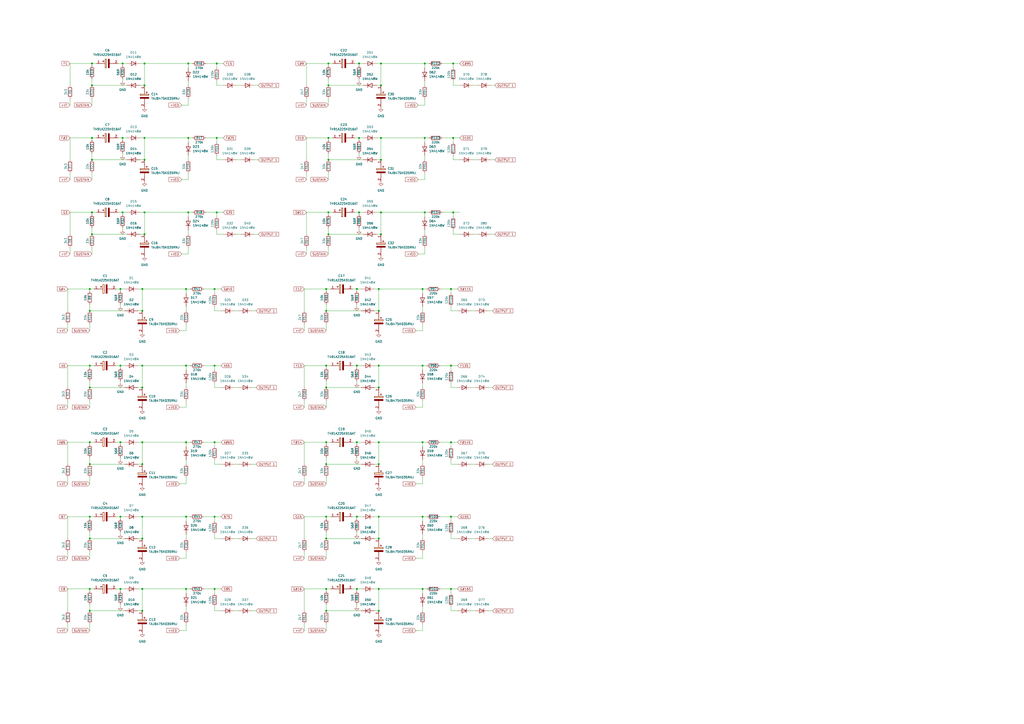
<source format=kicad_sch>
(kicad_sch (version 20230121) (generator eeschema)
  (paper "A2")
  (junction (at 189.23 224.79))
  (junction (at 262.89 36.83))
  (junction (at 220.98 80.01))
  (junction (at 262.89 123.19))
  (junction (at 245.11 341.63))
  (junction (at 219.71 167.64))
  (junction (at 53.34 80.01))
  (junction (at 69.85 212.09))
  (junction (at 219.71 269.24))
  (junction (at 246.38 80.01))
  (junction (at 52.07 180.34))
  (junction (at 82.55 354.33))
  (junction (at 82.55 312.42))
  (junction (at 190.5 36.83))
  (junction (at 107.95 299.72))
  (junction (at 124.46 299.72))
  (junction (at 83.82 80.01))
  (junction (at 83.82 49.53))
  (junction (at 220.98 92.71))
  (junction (at 107.95 212.09))
  (junction (at 219.71 341.63))
  (junction (at 125.73 36.83))
  (junction (at 261.62 256.54))
  (junction (at 219.71 256.54))
  (junction (at 71.12 36.83))
  (junction (at 53.34 49.53))
  (junction (at 219.71 312.42))
  (junction (at 189.23 180.34))
  (junction (at 107.95 341.63))
  (junction (at 190.5 92.71))
  (junction (at 82.55 299.72))
  (junction (at 52.07 299.72))
  (junction (at 189.23 256.54))
  (junction (at 124.46 212.09))
  (junction (at 107.95 167.64))
  (junction (at 71.12 123.19))
  (junction (at 82.55 224.79))
  (junction (at 207.01 299.72))
  (junction (at 189.23 354.33))
  (junction (at 208.28 36.83))
  (junction (at 189.23 299.72))
  (junction (at 53.34 92.71))
  (junction (at 69.85 256.54))
  (junction (at 82.55 256.54))
  (junction (at 83.82 36.83))
  (junction (at 52.07 341.63))
  (junction (at 189.23 167.64))
  (junction (at 52.07 224.79))
  (junction (at 190.5 135.89))
  (junction (at 208.28 80.01))
  (junction (at 125.73 123.19))
  (junction (at 82.55 167.64))
  (junction (at 219.71 354.33))
  (junction (at 190.5 123.19))
  (junction (at 82.55 269.24))
  (junction (at 82.55 341.63))
  (junction (at 69.85 167.64))
  (junction (at 189.23 269.24))
  (junction (at 109.22 123.19))
  (junction (at 125.73 80.01))
  (junction (at 52.07 256.54))
  (junction (at 83.82 123.19))
  (junction (at 189.23 341.63))
  (junction (at 207.01 212.09))
  (junction (at 219.71 180.34))
  (junction (at 220.98 36.83))
  (junction (at 245.11 212.09))
  (junction (at 124.46 167.64))
  (junction (at 245.11 167.64))
  (junction (at 52.07 167.64))
  (junction (at 189.23 212.09))
  (junction (at 207.01 256.54))
  (junction (at 261.62 167.64))
  (junction (at 246.38 36.83))
  (junction (at 208.28 123.19))
  (junction (at 53.34 135.89))
  (junction (at 246.38 123.19))
  (junction (at 69.85 341.63))
  (junction (at 190.5 80.01))
  (junction (at 220.98 123.19))
  (junction (at 189.23 312.42))
  (junction (at 83.82 92.71))
  (junction (at 52.07 212.09))
  (junction (at 219.71 224.79))
  (junction (at 52.07 269.24))
  (junction (at 219.71 212.09))
  (junction (at 261.62 212.09))
  (junction (at 207.01 167.64))
  (junction (at 107.95 256.54))
  (junction (at 109.22 36.83))
  (junction (at 190.5 49.53))
  (junction (at 207.01 341.63))
  (junction (at 261.62 341.63))
  (junction (at 124.46 341.63))
  (junction (at 82.55 180.34))
  (junction (at 219.71 299.72))
  (junction (at 82.55 212.09))
  (junction (at 53.34 123.19))
  (junction (at 52.07 354.33))
  (junction (at 52.07 312.42))
  (junction (at 261.62 299.72))
  (junction (at 83.82 135.89))
  (junction (at 245.11 256.54))
  (junction (at 220.98 49.53))
  (junction (at 109.22 80.01))
  (junction (at 69.85 299.72))
  (junction (at 220.98 135.89))
  (junction (at 124.46 256.54))
  (junction (at 71.12 80.01))
  (junction (at 262.89 80.01))
  (junction (at 245.11 299.72))
  (junction (at 53.34 36.83))
  (wire (pts (xy 125.73 92.71) (xy 129.54 92.71)))
  (wire (pts (xy 125.73 133.35) (xy 125.73 135.89)))
  (wire (pts (xy 190.5 92.71) (xy 210.82 92.71)))
  (wire (pts (xy 118.11 167.64) (xy 124.46 167.64)))
  (wire (pts (xy 40.64 36.83) (xy 53.34 36.83)))
  (wire (pts (xy 107.95 280.67) (xy 107.95 276.86)))
  (wire (pts (xy 176.53 361.95) (xy 176.53 365.76)))
  (wire (pts (xy 245.11 351.79) (xy 245.11 354.33)))
  (wire (pts (xy 69.85 212.09) (xy 72.39 212.09)))
  (wire (pts (xy 189.23 299.72) (xy 191.77 299.72)))
  (wire (pts (xy 119.38 36.83) (xy 125.73 36.83)))
  (wire (pts (xy 39.37 276.86) (xy 39.37 280.67)))
  (wire (pts (xy 53.34 132.08) (xy 53.34 135.89)))
  (wire (pts (xy 82.55 167.64) (xy 82.55 180.34)))
  (wire (pts (xy 261.62 299.72) (xy 261.62 302.26)))
  (wire (pts (xy 245.11 170.18) (xy 245.11 167.64)))
  (wire (pts (xy 219.71 212.09) (xy 219.71 224.79)))
  (wire (pts (xy 69.85 342.9) (xy 69.85 341.63)))
  (wire (pts (xy 52.07 265.43) (xy 52.07 269.24)))
  (wire (pts (xy 125.73 36.83) (xy 125.73 39.37)))
  (wire (pts (xy 176.53 341.63) (xy 189.23 341.63)))
  (wire (pts (xy 189.23 256.54) (xy 191.77 256.54)))
  (wire (pts (xy 261.62 177.8) (xy 261.62 180.34)))
  (wire (pts (xy 189.23 269.24) (xy 209.55 269.24)))
  (wire (pts (xy 190.5 36.83) (xy 193.04 36.83)))
  (wire (pts (xy 284.48 49.53) (xy 287.02 49.53)))
  (wire (pts (xy 245.11 299.72) (xy 247.65 299.72)))
  (wire (pts (xy 52.07 299.72) (xy 54.61 299.72)))
  (wire (pts (xy 190.5 57.15) (xy 190.5 60.96)))
  (wire (pts (xy 189.23 276.86) (xy 189.23 280.67)))
  (wire (pts (xy 241.3 191.77) (xy 245.11 191.77)))
  (wire (pts (xy 40.64 100.33) (xy 40.64 104.14)))
  (wire (pts (xy 208.28 45.72) (xy 208.28 46.99)))
  (wire (pts (xy 52.07 350.52) (xy 52.07 354.33)))
  (wire (pts (xy 189.23 361.95) (xy 189.23 365.76)))
  (wire (pts (xy 52.07 257.81) (xy 52.07 256.54)))
  (wire (pts (xy 284.48 92.71) (xy 287.02 92.71)))
  (wire (pts (xy 53.34 49.53) (xy 73.66 49.53)))
  (wire (pts (xy 190.5 49.53) (xy 210.82 49.53)))
  (wire (pts (xy 125.73 123.19) (xy 125.73 125.73)))
  (wire (pts (xy 68.58 36.83) (xy 71.12 36.83)))
  (wire (pts (xy 245.11 191.77) (xy 245.11 187.96)))
  (wire (pts (xy 147.32 92.71) (xy 149.86 92.71)))
  (wire (pts (xy 107.95 299.72) (xy 82.55 299.72)))
  (wire (pts (xy 256.54 36.83) (xy 262.89 36.83)))
  (wire (pts (xy 273.05 269.24) (xy 275.59 269.24)))
  (wire (pts (xy 261.62 309.88) (xy 261.62 312.42)))
  (wire (pts (xy 69.85 308.61) (xy 69.85 309.88)))
  (wire (pts (xy 261.62 212.09) (xy 265.43 212.09)))
  (wire (pts (xy 261.62 212.09) (xy 261.62 214.63)))
  (wire (pts (xy 245.11 212.09) (xy 219.71 212.09)))
  (wire (pts (xy 146.05 312.42) (xy 148.59 312.42)))
  (wire (pts (xy 69.85 350.52) (xy 69.85 351.79)))
  (wire (pts (xy 245.11 365.76) (xy 245.11 361.95)))
  (wire (pts (xy 245.11 236.22) (xy 245.11 232.41)))
  (wire (pts (xy 283.21 312.42) (xy 285.75 312.42)))
  (wire (pts (xy 207.01 213.36) (xy 207.01 212.09)))
  (wire (pts (xy 82.55 224.79) (xy 80.01 224.79)))
  (wire (pts (xy 189.23 212.09) (xy 191.77 212.09)))
  (wire (pts (xy 109.22 60.96) (xy 109.22 57.15)))
  (wire (pts (xy 53.34 45.72) (xy 53.34 49.53)))
  (wire (pts (xy 146.05 180.34) (xy 148.59 180.34)))
  (wire (pts (xy 125.73 49.53) (xy 129.54 49.53)))
  (wire (pts (xy 135.89 180.34) (xy 138.43 180.34)))
  (wire (pts (xy 261.62 341.63) (xy 261.62 344.17)))
  (wire (pts (xy 208.28 38.1) (xy 208.28 36.83)))
  (wire (pts (xy 124.46 269.24) (xy 128.27 269.24)))
  (wire (pts (xy 220.98 36.83) (xy 220.98 49.53)))
  (wire (pts (xy 107.95 259.08) (xy 107.95 256.54)))
  (wire (pts (xy 124.46 312.42) (xy 128.27 312.42)))
  (wire (pts (xy 246.38 133.35) (xy 246.38 135.89)))
  (wire (pts (xy 137.16 49.53) (xy 139.7 49.53)))
  (wire (pts (xy 109.22 80.01) (xy 83.82 80.01)))
  (wire (pts (xy 245.11 167.64) (xy 247.65 167.64)))
  (wire (pts (xy 220.98 123.19) (xy 220.98 135.89)))
  (wire (pts (xy 220.98 36.83) (xy 218.44 36.83)))
  (wire (pts (xy 124.46 222.25) (xy 124.46 224.79)))
  (wire (pts (xy 189.23 350.52) (xy 189.23 354.33)))
  (wire (pts (xy 220.98 49.53) (xy 218.44 49.53)))
  (wire (pts (xy 104.14 191.77) (xy 107.95 191.77)))
  (wire (pts (xy 68.58 80.01) (xy 71.12 80.01)))
  (wire (pts (xy 83.82 135.89) (xy 81.28 135.89)))
  (wire (pts (xy 109.22 90.17) (xy 109.22 92.71)))
  (wire (pts (xy 190.5 135.89) (xy 210.82 135.89)))
  (wire (pts (xy 109.22 125.73) (xy 109.22 123.19)))
  (wire (pts (xy 207.01 300.99) (xy 207.01 299.72)))
  (wire (pts (xy 71.12 80.01) (xy 73.66 80.01)))
  (wire (pts (xy 189.23 187.96) (xy 189.23 191.77)))
  (wire (pts (xy 107.95 167.64) (xy 82.55 167.64)))
  (wire (pts (xy 39.37 187.96) (xy 39.37 191.77)))
  (wire (pts (xy 124.46 341.63) (xy 128.27 341.63)))
  (wire (pts (xy 245.11 323.85) (xy 245.11 320.04)))
  (wire (pts (xy 118.11 341.63) (xy 124.46 341.63)))
  (wire (pts (xy 261.62 180.34) (xy 265.43 180.34)))
  (wire (pts (xy 109.22 36.83) (xy 111.76 36.83)))
  (wire (pts (xy 82.55 256.54) (xy 80.01 256.54)))
  (wire (pts (xy 107.95 256.54) (xy 110.49 256.54)))
  (wire (pts (xy 82.55 180.34) (xy 80.01 180.34)))
  (wire (pts (xy 82.55 312.42) (xy 80.01 312.42)))
  (wire (pts (xy 176.53 276.86) (xy 176.53 280.67)))
  (wire (pts (xy 242.57 60.96) (xy 246.38 60.96)))
  (wire (pts (xy 255.27 212.09) (xy 261.62 212.09)))
  (wire (pts (xy 190.5 81.28) (xy 190.5 80.01)))
  (wire (pts (xy 176.53 212.09) (xy 176.53 224.79)))
  (wire (pts (xy 241.3 323.85) (xy 245.11 323.85)))
  (wire (pts (xy 39.37 341.63) (xy 52.07 341.63)))
  (wire (pts (xy 53.34 80.01) (xy 55.88 80.01)))
  (wire (pts (xy 124.46 256.54) (xy 128.27 256.54)))
  (wire (pts (xy 246.38 147.32) (xy 246.38 143.51)))
  (wire (pts (xy 246.38 36.83) (xy 220.98 36.83)))
  (wire (pts (xy 52.07 256.54) (xy 54.61 256.54)))
  (wire (pts (xy 189.23 176.53) (xy 189.23 180.34)))
  (wire (pts (xy 107.95 167.64) (xy 110.49 167.64)))
  (wire (pts (xy 107.95 341.63) (xy 110.49 341.63)))
  (wire (pts (xy 190.5 88.9) (xy 190.5 92.71)))
  (wire (pts (xy 246.38 123.19) (xy 220.98 123.19)))
  (wire (pts (xy 104.14 280.67) (xy 107.95 280.67)))
  (wire (pts (xy 109.22 36.83) (xy 83.82 36.83)))
  (wire (pts (xy 242.57 104.14) (xy 246.38 104.14)))
  (wire (pts (xy 207.01 342.9) (xy 207.01 341.63)))
  (wire (pts (xy 262.89 123.19) (xy 266.7 123.19)))
  (wire (pts (xy 53.34 81.28) (xy 53.34 80.01)))
  (wire (pts (xy 255.27 341.63) (xy 261.62 341.63)))
  (wire (pts (xy 118.11 256.54) (xy 124.46 256.54)))
  (wire (pts (xy 52.07 220.98) (xy 52.07 224.79)))
  (wire (pts (xy 125.73 80.01) (xy 129.54 80.01)))
  (wire (pts (xy 105.41 60.96) (xy 109.22 60.96)))
  (wire (pts (xy 67.31 167.64) (xy 69.85 167.64)))
  (wire (pts (xy 245.11 256.54) (xy 247.65 256.54)))
  (wire (pts (xy 147.32 135.89) (xy 149.86 135.89)))
  (wire (pts (xy 219.71 167.64) (xy 217.17 167.64)))
  (wire (pts (xy 104.14 365.76) (xy 107.95 365.76)))
  (wire (pts (xy 107.95 191.77) (xy 107.95 187.96)))
  (wire (pts (xy 53.34 100.33) (xy 53.34 104.14)))
  (wire (pts (xy 176.53 299.72) (xy 189.23 299.72)))
  (wire (pts (xy 107.95 341.63) (xy 82.55 341.63)))
  (wire (pts (xy 220.98 135.89) (xy 218.44 135.89)))
  (wire (pts (xy 176.53 320.04) (xy 176.53 323.85)))
  (wire (pts (xy 69.85 256.54) (xy 72.39 256.54)))
  (wire (pts (xy 109.22 123.19) (xy 83.82 123.19)))
  (wire (pts (xy 176.53 212.09) (xy 189.23 212.09)))
  (wire (pts (xy 241.3 365.76) (xy 245.11 365.76)))
  (wire (pts (xy 82.55 341.63) (xy 82.55 354.33)))
  (wire (pts (xy 261.62 266.7) (xy 261.62 269.24)))
  (wire (pts (xy 262.89 90.17) (xy 262.89 92.71)))
  (wire (pts (xy 124.46 180.34) (xy 128.27 180.34)))
  (wire (pts (xy 190.5 38.1) (xy 190.5 36.83)))
  (wire (pts (xy 109.22 104.14) (xy 109.22 100.33)))
  (wire (pts (xy 69.85 341.63) (xy 72.39 341.63)))
  (wire (pts (xy 246.38 104.14) (xy 246.38 100.33)))
  (wire (pts (xy 241.3 236.22) (xy 245.11 236.22)))
  (wire (pts (xy 135.89 312.42) (xy 138.43 312.42)))
  (wire (pts (xy 262.89 80.01) (xy 266.7 80.01)))
  (wire (pts (xy 124.46 341.63) (xy 124.46 344.17)))
  (wire (pts (xy 177.8 123.19) (xy 190.5 123.19)))
  (wire (pts (xy 137.16 92.71) (xy 139.7 92.71)))
  (wire (pts (xy 69.85 257.81) (xy 69.85 256.54)))
  (wire (pts (xy 189.23 167.64) (xy 191.77 167.64)))
  (wire (pts (xy 124.46 351.79) (xy 124.46 354.33)))
  (wire (pts (xy 246.38 90.17) (xy 246.38 92.71)))
  (wire (pts (xy 69.85 167.64) (xy 72.39 167.64)))
  (wire (pts (xy 177.8 36.83) (xy 177.8 49.53)))
  (wire (pts (xy 219.71 167.64) (xy 219.71 180.34)))
  (wire (pts (xy 107.95 266.7) (xy 107.95 269.24)))
  (wire (pts (xy 107.95 256.54) (xy 82.55 256.54)))
  (wire (pts (xy 189.23 224.79) (xy 209.55 224.79)))
  (wire (pts (xy 262.89 46.99) (xy 262.89 49.53)))
  (wire (pts (xy 242.57 147.32) (xy 246.38 147.32)))
  (wire (pts (xy 219.71 256.54) (xy 217.17 256.54)))
  (wire (pts (xy 208.28 88.9) (xy 208.28 90.17)))
  (wire (pts (xy 262.89 92.71) (xy 266.7 92.71)))
  (wire (pts (xy 52.07 276.86) (xy 52.07 280.67)))
  (wire (pts (xy 83.82 36.83) (xy 81.28 36.83)))
  (wire (pts (xy 176.53 167.64) (xy 189.23 167.64)))
  (wire (pts (xy 189.23 342.9) (xy 189.23 341.63)))
  (wire (pts (xy 107.95 177.8) (xy 107.95 180.34)))
  (wire (pts (xy 262.89 123.19) (xy 262.89 125.73)))
  (wire (pts (xy 177.8 143.51) (xy 177.8 147.32)))
  (wire (pts (xy 283.21 180.34) (xy 285.75 180.34)))
  (wire (pts (xy 189.23 168.91) (xy 189.23 167.64)))
  (wire (pts (xy 83.82 92.71) (xy 81.28 92.71)))
  (wire (pts (xy 39.37 341.63) (xy 39.37 354.33)))
  (wire (pts (xy 67.31 256.54) (xy 69.85 256.54)))
  (wire (pts (xy 109.22 123.19) (xy 111.76 123.19)))
  (wire (pts (xy 245.11 259.08) (xy 245.11 256.54)))
  (wire (pts (xy 52.07 187.96) (xy 52.07 191.77)))
  (wire (pts (xy 71.12 132.08) (xy 71.12 133.35)))
  (wire (pts (xy 245.11 167.64) (xy 219.71 167.64)))
  (wire (pts (xy 53.34 57.15) (xy 53.34 60.96)))
  (wire (pts (xy 109.22 147.32) (xy 109.22 143.51)))
  (wire (pts (xy 125.73 80.01) (xy 125.73 82.55)))
  (wire (pts (xy 39.37 167.64) (xy 52.07 167.64)))
  (wire (pts (xy 69.85 300.99) (xy 69.85 299.72)))
  (wire (pts (xy 119.38 80.01) (xy 125.73 80.01)))
  (wire (pts (xy 208.28 81.28) (xy 208.28 80.01)))
  (wire (pts (xy 207.01 350.52) (xy 207.01 351.79)))
  (wire (pts (xy 69.85 299.72) (xy 72.39 299.72)))
  (wire (pts (xy 207.01 265.43) (xy 207.01 266.7)))
  (wire (pts (xy 207.01 308.61) (xy 207.01 309.88)))
  (wire (pts (xy 219.71 299.72) (xy 219.71 312.42)))
  (wire (pts (xy 274.32 92.71) (xy 276.86 92.71)))
  (wire (pts (xy 69.85 213.36) (xy 69.85 212.09)))
  (wire (pts (xy 246.38 46.99) (xy 246.38 49.53)))
  (wire (pts (xy 124.46 266.7) (xy 124.46 269.24)))
  (wire (pts (xy 124.46 167.64) (xy 128.27 167.64)))
  (wire (pts (xy 207.01 341.63) (xy 209.55 341.63)))
  (wire (pts (xy 124.46 212.09) (xy 124.46 214.63)))
  (wire (pts (xy 71.12 38.1) (xy 71.12 36.83)))
  (wire (pts (xy 119.38 123.19) (xy 125.73 123.19)))
  (wire (pts (xy 190.5 132.08) (xy 190.5 135.89)))
  (wire (pts (xy 118.11 212.09) (xy 124.46 212.09)))
  (wire (pts (xy 190.5 124.46) (xy 190.5 123.19)))
  (wire (pts (xy 71.12 45.72) (xy 71.12 46.99)))
  (wire (pts (xy 53.34 36.83) (xy 55.88 36.83)))
  (wire (pts (xy 39.37 212.09) (xy 52.07 212.09)))
  (wire (pts (xy 107.95 299.72) (xy 110.49 299.72)))
  (wire (pts (xy 109.22 133.35) (xy 109.22 135.89)))
  (wire (pts (xy 245.11 256.54) (xy 219.71 256.54)))
  (wire (pts (xy 246.38 125.73) (xy 246.38 123.19)))
  (wire (pts (xy 284.48 135.89) (xy 287.02 135.89)))
  (wire (pts (xy 53.34 143.51) (xy 53.34 147.32)))
  (wire (pts (xy 176.53 232.41) (xy 176.53 236.22)))
  (wire (pts (xy 189.23 320.04) (xy 189.23 323.85)))
  (wire (pts (xy 52.07 320.04) (xy 52.07 323.85)))
  (wire (pts (xy 204.47 256.54) (xy 207.01 256.54)))
  (wire (pts (xy 220.98 80.01) (xy 218.44 80.01)))
  (wire (pts (xy 67.31 341.63) (xy 69.85 341.63)))
  (wire (pts (xy 245.11 266.7) (xy 245.11 269.24)))
  (wire (pts (xy 220.98 80.01) (xy 220.98 92.71)))
  (wire (pts (xy 82.55 212.09) (xy 80.01 212.09)))
  (wire (pts (xy 274.32 135.89) (xy 276.86 135.89)))
  (wire (pts (xy 107.95 212.09) (xy 110.49 212.09)))
  (wire (pts (xy 71.12 124.46) (xy 71.12 123.19)))
  (wire (pts (xy 107.95 351.79) (xy 107.95 354.33)))
  (wire (pts (xy 39.37 167.64) (xy 39.37 180.34)))
  (wire (pts (xy 207.01 167.64) (xy 209.55 167.64)))
  (wire (pts (xy 283.21 354.33) (xy 285.75 354.33)))
  (wire (pts (xy 205.74 36.83) (xy 208.28 36.83)))
  (wire (pts (xy 53.34 124.46) (xy 53.34 123.19)))
  (wire (pts (xy 245.11 212.09) (xy 247.65 212.09)))
  (wire (pts (xy 107.95 344.17) (xy 107.95 341.63)))
  (wire (pts (xy 104.14 236.22) (xy 107.95 236.22)))
  (wire (pts (xy 220.98 92.71) (xy 218.44 92.71)))
  (wire (pts (xy 53.34 135.89) (xy 73.66 135.89)))
  (wire (pts (xy 189.23 354.33) (xy 209.55 354.33)))
  (wire (pts (xy 177.8 80.01) (xy 177.8 92.71)))
  (wire (pts (xy 52.07 341.63) (xy 54.61 341.63)))
  (wire (pts (xy 68.58 123.19) (xy 71.12 123.19)))
  (wire (pts (xy 245.11 299.72) (xy 219.71 299.72)))
  (wire (pts (xy 262.89 133.35) (xy 262.89 135.89)))
  (wire (pts (xy 261.62 222.25) (xy 261.62 224.79)))
  (wire (pts (xy 255.27 256.54) (xy 261.62 256.54)))
  (wire (pts (xy 189.23 220.98) (xy 189.23 224.79)))
  (wire (pts (xy 105.41 147.32) (xy 109.22 147.32)))
  (wire (pts (xy 255.27 299.72) (xy 261.62 299.72)))
  (wire (pts (xy 245.11 309.88) (xy 245.11 312.42)))
  (wire (pts (xy 207.01 168.91) (xy 207.01 167.64)))
  (wire (pts (xy 176.53 187.96) (xy 176.53 191.77)))
  (wire (pts (xy 105.41 104.14) (xy 109.22 104.14)))
  (wire (pts (xy 208.28 36.83) (xy 210.82 36.83)))
  (wire (pts (xy 135.89 354.33) (xy 138.43 354.33)))
  (wire (pts (xy 273.05 180.34) (xy 275.59 180.34)))
  (wire (pts (xy 205.74 80.01) (xy 208.28 80.01)))
  (wire (pts (xy 52.07 308.61) (xy 52.07 312.42)))
  (wire (pts (xy 135.89 269.24) (xy 138.43 269.24)))
  (wire (pts (xy 82.55 269.24) (xy 80.01 269.24)))
  (wire (pts (xy 189.23 312.42) (xy 209.55 312.42)))
  (wire (pts (xy 67.31 212.09) (xy 69.85 212.09)))
  (wire (pts (xy 204.47 341.63) (xy 207.01 341.63)))
  (wire (pts (xy 82.55 299.72) (xy 82.55 312.42)))
  (wire (pts (xy 273.05 312.42) (xy 275.59 312.42)))
  (wire (pts (xy 207.01 212.09) (xy 209.55 212.09)))
  (wire (pts (xy 241.3 280.67) (xy 245.11 280.67)))
  (wire (pts (xy 190.5 45.72) (xy 190.5 49.53)))
  (wire (pts (xy 82.55 212.09) (xy 82.55 224.79)))
  (wire (pts (xy 137.16 135.89) (xy 139.7 135.89)))
  (wire (pts (xy 219.71 299.72) (xy 217.17 299.72)))
  (wire (pts (xy 83.82 49.53) (xy 81.28 49.53)))
  (wire (pts (xy 124.46 309.88) (xy 124.46 312.42)))
  (wire (pts (xy 246.38 80.01) (xy 248.92 80.01)))
  (wire (pts (xy 177.8 123.19) (xy 177.8 135.89)))
  (wire (pts (xy 245.11 222.25) (xy 245.11 224.79)))
  (wire (pts (xy 107.95 302.26) (xy 107.95 299.72)))
  (wire (pts (xy 176.53 299.72) (xy 176.53 312.42)))
  (wire (pts (xy 39.37 299.72) (xy 39.37 312.42)))
  (wire (pts (xy 190.5 143.51) (xy 190.5 147.32)))
  (wire (pts (xy 124.46 256.54) (xy 124.46 259.08)))
  (wire (pts (xy 124.46 354.33) (xy 128.27 354.33)))
  (wire (pts (xy 245.11 280.67) (xy 245.11 276.86)))
  (wire (pts (xy 189.23 180.34) (xy 209.55 180.34)))
  (wire (pts (xy 262.89 49.53) (xy 266.7 49.53)))
  (wire (pts (xy 262.89 80.01) (xy 262.89 82.55)))
  (wire (pts (xy 39.37 320.04) (xy 39.37 323.85)))
  (wire (pts (xy 208.28 132.08) (xy 208.28 133.35)))
  (wire (pts (xy 53.34 92.71) (xy 73.66 92.71)))
  (wire (pts (xy 219.71 341.63) (xy 217.17 341.63)))
  (wire (pts (xy 52.07 180.34) (xy 72.39 180.34)))
  (wire (pts (xy 124.46 224.79) (xy 128.27 224.79)))
  (wire (pts (xy 125.73 36.83) (xy 129.54 36.83)))
  (wire (pts (xy 52.07 213.36) (xy 52.07 212.09)))
  (wire (pts (xy 125.73 46.99) (xy 125.73 49.53)))
  (wire (pts (xy 261.62 354.33) (xy 265.43 354.33)))
  (wire (pts (xy 208.28 124.46) (xy 208.28 123.19)))
  (wire (pts (xy 71.12 81.28) (xy 71.12 80.01)))
  (wire (pts (xy 69.85 220.98) (xy 69.85 222.25)))
  (wire (pts (xy 107.95 323.85) (xy 107.95 320.04)))
  (wire (pts (xy 190.5 80.01) (xy 193.04 80.01)))
  (wire (pts (xy 245.11 341.63) (xy 219.71 341.63)))
  (wire (pts (xy 67.31 299.72) (xy 69.85 299.72)))
  (wire (pts (xy 274.32 49.53) (xy 276.86 49.53)))
  (wire (pts (xy 52.07 269.24) (xy 72.39 269.24)))
  (wire (pts (xy 39.37 212.09) (xy 39.37 224.79)))
  (wire (pts (xy 261.62 256.54) (xy 261.62 259.08)))
  (wire (pts (xy 109.22 46.99) (xy 109.22 49.53)))
  (wire (pts (xy 189.23 213.36) (xy 189.23 212.09)))
  (wire (pts (xy 146.05 354.33) (xy 148.59 354.33)))
  (wire (pts (xy 219.71 269.24) (xy 217.17 269.24)))
  (wire (pts (xy 220.98 123.19) (xy 218.44 123.19)))
  (wire (pts (xy 83.82 123.19) (xy 83.82 135.89)))
  (wire (pts (xy 39.37 256.54) (xy 52.07 256.54)))
  (wire (pts (xy 83.82 80.01) (xy 81.28 80.01)))
  (wire (pts (xy 83.82 123.19) (xy 81.28 123.19)))
  (wire (pts (xy 245.11 341.63) (xy 247.65 341.63)))
  (wire (pts (xy 246.38 60.96) (xy 246.38 57.15)))
  (wire (pts (xy 52.07 224.79) (xy 72.39 224.79)))
  (wire (pts (xy 205.74 123.19) (xy 208.28 123.19)))
  (wire (pts (xy 39.37 256.54) (xy 39.37 269.24)))
  (wire (pts (xy 52.07 232.41) (xy 52.07 236.22)))
  (wire (pts (xy 207.01 299.72) (xy 209.55 299.72)))
  (wire (pts (xy 82.55 299.72) (xy 80.01 299.72)))
  (wire (pts (xy 246.38 82.55) (xy 246.38 80.01)))
  (wire (pts (xy 146.05 224.79) (xy 148.59 224.79)))
  (wire (pts (xy 190.5 123.19) (xy 193.04 123.19)))
  (wire (pts (xy 189.23 341.63) (xy 191.77 341.63)))
  (wire (pts (xy 107.95 222.25) (xy 107.95 224.79)))
  (wire (pts (xy 207.01 220.98) (xy 207.01 222.25)))
  (wire (pts (xy 124.46 167.64) (xy 124.46 170.18)))
  (wire (pts (xy 135.89 224.79) (xy 138.43 224.79)))
  (wire (pts (xy 52.07 342.9) (xy 52.07 341.63)))
  (wire (pts (xy 107.95 212.09) (xy 82.55 212.09)))
  (wire (pts (xy 245.11 214.63) (xy 245.11 212.09)))
  (wire (pts (xy 219.71 354.33) (xy 217.17 354.33)))
  (wire (pts (xy 40.64 123.19) (xy 53.34 123.19)))
  (wire (pts (xy 40.64 80.01) (xy 53.34 80.01)))
  (wire (pts (xy 52.07 361.95) (xy 52.07 365.76)))
  (wire (pts (xy 256.54 80.01) (xy 262.89 80.01)))
  (wire (pts (xy 107.95 309.88) (xy 107.95 312.42)))
  (wire (pts (xy 219.71 224.79) (xy 217.17 224.79)))
  (wire (pts (xy 177.8 36.83) (xy 190.5 36.83)))
  (wire (pts (xy 39.37 361.95) (xy 39.37 365.76)))
  (wire (pts (xy 176.53 341.63) (xy 176.53 354.33)))
  (wire (pts (xy 125.73 123.19) (xy 129.54 123.19)))
  (wire (pts (xy 52.07 354.33) (xy 72.39 354.33)))
  (wire (pts (xy 207.01 176.53) (xy 207.01 177.8)))
  (wire (pts (xy 207.01 256.54) (xy 209.55 256.54)))
  (wire (pts (xy 107.95 365.76) (xy 107.95 361.95)))
  (wire (pts (xy 189.23 300.99) (xy 189.23 299.72)))
  (wire (pts (xy 52.07 168.91) (xy 52.07 167.64)))
  (wire (pts (xy 71.12 88.9) (xy 71.12 90.17)))
  (wire (pts (xy 189.23 265.43) (xy 189.23 269.24)))
  (wire (pts (xy 40.64 57.15) (xy 40.64 60.96)))
  (wire (pts (xy 107.95 214.63) (xy 107.95 212.09)))
  (wire (pts (xy 207.01 257.81) (xy 207.01 256.54)))
  (wire (pts (xy 146.05 269.24) (xy 148.59 269.24)))
  (wire (pts (xy 69.85 168.91) (xy 69.85 167.64)))
  (wire (pts (xy 176.53 256.54) (xy 176.53 269.24)))
  (wire (pts (xy 208.28 80.01) (xy 210.82 80.01)))
  (wire (pts (xy 283.21 269.24) (xy 285.75 269.24)))
  (wire (pts (xy 219.71 212.09) (xy 217.17 212.09)))
  (wire (pts (xy 261.62 167.64) (xy 261.62 170.18)))
  (wire (pts (xy 261.62 224.79) (xy 265.43 224.79)))
  (wire (pts (xy 40.64 36.83) (xy 40.64 49.53)))
  (wire (pts (xy 83.82 80.01) (xy 83.82 92.71)))
  (wire (pts (xy 262.89 135.89) (xy 266.7 135.89)))
  (wire (pts (xy 40.64 143.51) (xy 40.64 147.32)))
  (wire (pts (xy 245.11 302.26) (xy 245.11 299.72)))
  (wire (pts (xy 204.47 167.64) (xy 207.01 167.64)))
  (wire (pts (xy 261.62 269.24) (xy 265.43 269.24)))
  (wire (pts (xy 107.95 236.22) (xy 107.95 232.41)))
  (wire (pts (xy 82.55 341.63) (xy 80.01 341.63)))
  (wire (pts (xy 124.46 299.72) (xy 124.46 302.26)))
  (wire (pts (xy 125.73 90.17) (xy 125.73 92.71)))
  (wire (pts (xy 204.47 212.09) (xy 207.01 212.09)))
  (wire (pts (xy 255.27 167.64) (xy 261.62 167.64)))
  (wire (pts (xy 40.64 123.19) (xy 40.64 135.89)))
  (wire (pts (xy 83.82 36.83) (xy 83.82 49.53)))
  (wire (pts (xy 124.46 212.09) (xy 128.27 212.09)))
  (wire (pts (xy 219.71 312.42) (xy 217.17 312.42)))
  (wire (pts (xy 245.11 177.8) (xy 245.11 180.34)))
  (wire (pts (xy 261.62 167.64) (xy 265.43 167.64)))
  (wire (pts (xy 177.8 100.33) (xy 177.8 104.14)))
  (wire (pts (xy 82.55 167.64) (xy 80.01 167.64)))
  (wire (pts (xy 53.34 38.1) (xy 53.34 36.83)))
  (wire (pts (xy 109.22 80.01) (xy 111.76 80.01)))
  (wire (pts (xy 177.8 57.15) (xy 177.8 60.96)))
  (wire (pts (xy 246.38 39.37) (xy 246.38 36.83)))
  (wire (pts (xy 176.53 256.54) (xy 189.23 256.54)))
  (wire (pts (xy 125.73 135.89) (xy 129.54 135.89)))
  (wire (pts (xy 52.07 167.64) (xy 54.61 167.64)))
  (wire (pts (xy 189.23 257.81) (xy 189.23 256.54)))
  (wire (pts (xy 124.46 177.8) (xy 124.46 180.34)))
  (wire (pts (xy 273.05 224.79) (xy 275.59 224.79)))
  (wire (pts (xy 82.55 256.54) (xy 82.55 269.24)))
  (wire (pts (xy 283.21 224.79) (xy 285.75 224.79)))
  (wire (pts (xy 52.07 300.99) (xy 52.07 299.72)))
  (wire (pts (xy 261.62 341.63) (xy 265.43 341.63)))
  (wire (pts (xy 261.62 256.54) (xy 265.43 256.54)))
  (wire (pts (xy 176.53 167.64) (xy 176.53 180.34)))
  (wire (pts (xy 52.07 312.42) (xy 72.39 312.42)))
  (wire (pts (xy 124.46 299.72) (xy 128.27 299.72)))
  (wire (pts (xy 256.54 123.19) (xy 262.89 123.19)))
  (wire (pts (xy 219.71 341.63) (xy 219.71 354.33)))
  (wire (pts (xy 147.32 49.53) (xy 149.86 49.53)))
  (wire (pts (xy 208.28 123.19) (xy 210.82 123.19)))
  (wire (pts (xy 261.62 312.42) (xy 265.43 312.42)))
  (wire (pts (xy 190.5 100.33) (xy 190.5 104.14)))
  (wire (pts (xy 189.23 232.41) (xy 189.23 236.22)))
  (wire (pts (xy 52.07 212.09) (xy 54.61 212.09)))
  (wire (pts (xy 52.07 176.53) (xy 52.07 180.34)))
  (wire (pts (xy 104.14 323.85) (xy 107.95 323.85)))
  (wire (pts (xy 189.23 308.61) (xy 189.23 312.42)))
  (wire (pts (xy 177.8 80.01) (xy 190.5 80.01)))
  (wire (pts (xy 245.11 344.17) (xy 245.11 341.63)))
  (wire (pts (xy 262.89 36.83) (xy 266.7 36.83)))
  (wire (pts (xy 262.89 36.83) (xy 262.89 39.37)))
  (wire (pts (xy 261.62 351.79) (xy 261.62 354.33)))
  (wire (pts (xy 246.38 80.01) (xy 220.98 80.01)))
  (wire (pts (xy 39.37 299.72) (xy 52.07 299.72)))
  (wire (pts (xy 261.62 299.72) (xy 265.43 299.72)))
  (wire (pts (xy 109.22 39.37) (xy 109.22 36.83)))
  (wire (pts (xy 39.37 232.41) (xy 39.37 236.22)))
  (wire (pts (xy 246.38 123.19) (xy 248.92 123.19)))
  (wire (pts (xy 69.85 176.53) (xy 69.85 177.8)))
  (wire (pts (xy 40.64 80.01) (xy 40.64 92.71)))
  (wire (pts (xy 109.22 82.55) (xy 109.22 80.01)))
  (wire (pts (xy 107.95 170.18) (xy 107.95 167.64)))
  (wire (pts (xy 53.34 88.9) (xy 53.34 92.71)))
  (wire (pts (xy 53.34 123.19) (xy 55.88 123.19)))
  (wire (pts (xy 71.12 123.19) (xy 73.66 123.19)))
  (wire (pts (xy 71.12 36.83) (xy 73.66 36.83)))
  (wire (pts (xy 204.47 299.72) (xy 207.01 299.72)))
  (wire (pts (xy 82.55 354.33) (xy 80.01 354.33)))
  (wire (pts (xy 219.71 180.34) (xy 217.17 180.34)))
  (wire (pts (xy 273.05 354.33) (xy 275.59 354.33)))
  (wire (pts (xy 69.85 265.43) (xy 69.85 266.7)))
  (wire (pts (xy 118.11 299.72) (xy 124.46 299.72)))
  (wire (pts (xy 246.38 36.83) (xy 248.92 36.83)))
  (wire (pts (xy 219.71 256.54) (xy 219.71 269.24)))
  (global_label "F#14" (shape input) (at 176.53 256.54 180) (property "Intersheetrefs" "${INTERSHEET_REFS}" (effects hide)))
  (global_label "G#4" (shape input) (at 39.37 167.64 180) (property "Intersheetrefs" "${INTERSHEET_REFS}" (effects hide)))
  (global_label "F13S" (shape input) (at 265.43 212.09 0) (property "Intersheetrefs" "${INTERSHEET_REFS}" (effects hide)))
  (global_label "B7S" (shape input) (at 128.27 299.72 0) (property "Intersheetrefs" "${INTERSHEET_REFS}" (effects hide)))
  (global_label "SUSTAIN" (shape input) (at 53.34 104.14 180) (property "Intersheetrefs" "${INTERSHEET_REFS}" (effects hide)))
  (global_label "+VT" (shape input) (at 40.64 60.96 180) (property "Intersheetrefs" "${INTERSHEET_REFS}" (effects hide)))
  (global_label "+VT" (shape input) (at 39.37 191.77 180) (property "Intersheetrefs" "${INTERSHEET_REFS}" (effects hide)))
  (global_label "+VT" (shape input) (at 176.53 365.76 180) (property "Intersheetrefs" "${INTERSHEET_REFS}" (effects hide)))
  (global_label "SUSTAIN" (shape input) (at 53.34 147.32 180) (property "Intersheetrefs" "${INTERSHEET_REFS}" (effects hide)))
  (global_label "SUSTAIN" (shape input) (at 189.23 365.76 180) (property "Intersheetrefs" "${INTERSHEET_REFS}" (effects hide)))
  (global_label "C8S" (shape input) (at 128.27 341.63 0) (property "Intersheetrefs" "${INTERSHEET_REFS}" (effects hide)))
  (global_label "SUSTAIN" (shape input) (at 52.07 323.85 180) (property "Intersheetrefs" "${INTERSHEET_REFS}" (effects hide)))
  (global_label "OUTPUT 1" (shape input) (at 287.02 49.53 0) (property "Intersheetrefs" "${INTERSHEET_REFS}" (effects hide)))
  (global_label "F#14S" (shape input) (at 265.43 256.54 0) (property "Intersheetrefs" "${INTERSHEET_REFS}" (effects hide)))
  (global_label "+VED" (shape input) (at 104.14 236.22 180) (property "Intersheetrefs" "${INTERSHEET_REFS}" (effects hide)))
  (global_label "+VT" (shape input) (at 177.8 147.32 180) (property "Intersheetrefs" "${INTERSHEET_REFS}" (effects hide)))
  (global_label "SUSTAIN" (shape input) (at 52.07 365.76 180) (property "Intersheetrefs" "${INTERSHEET_REFS}" (effects hide)))
  (global_label "SUSTAIN" (shape input) (at 190.5 60.96 180) (property "Intersheetrefs" "${INTERSHEET_REFS}" (effects hide)))
  (global_label "SUSTAIN" (shape input) (at 53.34 60.96 180) (property "Intersheetrefs" "${INTERSHEET_REFS}" (effects hide)))
  (global_label "F1" (shape input) (at 40.64 36.83 180) (property "Intersheetrefs" "${INTERSHEET_REFS}" (effects hide)))
  (global_label "+VED" (shape input) (at 241.3 236.22 180) (property "Intersheetrefs" "${INTERSHEET_REFS}" (effects hide)))
  (global_label "+VED" (shape input) (at 241.3 280.67 180) (property "Intersheetrefs" "${INTERSHEET_REFS}" (effects hide)))
  (global_label "A#6S" (shape input) (at 128.27 256.54 0) (property "Intersheetrefs" "${INTERSHEET_REFS}" (effects hide)))
  (global_label "E12" (shape input) (at 176.53 167.64 180) (property "Intersheetrefs" "${INTERSHEET_REFS}" (effects hide)))
  (global_label "+VED" (shape input) (at 241.3 191.77 180) (property "Intersheetrefs" "${INTERSHEET_REFS}" (effects hide)))
  (global_label "+VED" (shape input) (at 242.57 147.32 180) (property "Intersheetrefs" "${INTERSHEET_REFS}" (effects hide)))
  (global_label "G3" (shape input) (at 40.64 123.19 180) (property "Intersheetrefs" "${INTERSHEET_REFS}" (effects hide)))
  (global_label "OUTPUT 1" (shape input) (at 285.75 354.33 0) (property "Intersheetrefs" "${INTERSHEET_REFS}" (effects hide)))
  (global_label "SUSTAIN" (shape input) (at 190.5 104.14 180) (property "Intersheetrefs" "${INTERSHEET_REFS}" (effects hide)))
  (global_label "+VED" (shape input) (at 104.14 365.76 180) (property "Intersheetrefs" "${INTERSHEET_REFS}" (effects hide)))
  (global_label "+VT" (shape input) (at 176.53 191.77 180) (property "Intersheetrefs" "${INTERSHEET_REFS}" (effects hide)))
  (global_label "OUTPUT 1" (shape input) (at 285.75 312.42 0) (property "Intersheetrefs" "${INTERSHEET_REFS}" (effects hide)))
  (global_label "+VED" (shape input) (at 242.57 104.14 180) (property "Intersheetrefs" "${INTERSHEET_REFS}" (effects hide)))
  (global_label "OUTPUT 1" (shape input) (at 149.86 49.53 0) (property "Intersheetrefs" "${INTERSHEET_REFS}" (effects hide)))
  (global_label "SUSTAIN" (shape input) (at 52.07 191.77 180) (property "Intersheetrefs" "${INTERSHEET_REFS}" (effects hide)))
  (global_label "+VED" (shape input) (at 105.41 104.14 180) (property "Intersheetrefs" "${INTERSHEET_REFS}" (effects hide)))
  (global_label "OUTPUT 1" (shape input) (at 285.75 224.79 0) (property "Intersheetrefs" "${INTERSHEET_REFS}" (effects hide)))
  (global_label "C#9S" (shape input) (at 266.7 36.83 0) (property "Intersheetrefs" "${INTERSHEET_REFS}" (effects hide)))
  (global_label "OUTPUT 1" (shape input) (at 285.75 269.24 0) (property "Intersheetrefs" "${INTERSHEET_REFS}" (effects hide)))
  (global_label "F1S" (shape input) (at 129.54 36.83 0) (property "Intersheetrefs" "${INTERSHEET_REFS}" (effects hide)))
  (global_label "D10S" (shape input) (at 266.7 80.01 0) (property "Intersheetrefs" "${INTERSHEET_REFS}" (effects hide)))
  (global_label "+VT" (shape input) (at 176.53 236.22 180) (property "Intersheetrefs" "${INTERSHEET_REFS}" (effects hide)))
  (global_label "OUTPUT 1" (shape input) (at 287.02 92.71 0) (property "Intersheetrefs" "${INTERSHEET_REFS}" (effects hide)))
  (global_label "+VED" (shape input) (at 104.14 280.67 180) (property "Intersheetrefs" "${INTERSHEET_REFS}" (effects hide)))
  (global_label "F13" (shape input) (at 176.53 212.09 180) (property "Intersheetrefs" "${INTERSHEET_REFS}" (effects hide)))
  (global_label "G3S" (shape input) (at 129.54 123.19 0) (property "Intersheetrefs" "${INTERSHEET_REFS}" (effects hide)))
  (global_label "+VED" (shape input) (at 105.41 147.32 180) (property "Intersheetrefs" "${INTERSHEET_REFS}" (effects hide)))
  (global_label "+VT" (shape input) (at 176.53 323.85 180) (property "Intersheetrefs" "${INTERSHEET_REFS}" (effects hide)))
  (global_label "D#11S" (shape input) (at 265.43 167.64 0) (property "Intersheetrefs" "${INTERSHEET_REFS}" (effects hide)))
  (global_label "G15S" (shape input) (at 265.43 299.72 0) (property "Intersheetrefs" "${INTERSHEET_REFS}" (effects hide)))
  (global_label "+VT" (shape input) (at 40.64 104.14 180) (property "Intersheetrefs" "${INTERSHEET_REFS}" (effects hide)))
  (global_label "G#16S" (shape input) (at 265.43 341.63 0) (property "Intersheetrefs" "${INTERSHEET_REFS}" (effects hide)))
  (global_label "G#16" (shape input) (at 176.53 341.63 180) (property "Intersheetrefs" "${INTERSHEET_REFS}" (effects hide)))
  (global_label "OUTPUT 1" (shape input) (at 148.59 312.42 0) (property "Intersheetrefs" "${INTERSHEET_REFS}" (effects hide)))
  (global_label "OUTPUT 1" (shape input) (at 148.59 180.34 0) (property "Intersheetrefs" "${INTERSHEET_REFS}" (effects hide)))
  (global_label "OUTPUT 1" (shape input) (at 149.86 135.89 0) (property "Intersheetrefs" "${INTERSHEET_REFS}" (effects hide)))
  (global_label "G15" (shape input) (at 176.53 299.72 180) (property "Intersheetrefs" "${INTERSHEET_REFS}" (effects hide)))
  (global_label "A5" (shape input) (at 39.37 212.09 180) (property "Intersheetrefs" "${INTERSHEET_REFS}" (effects hide)))
  (global_label "F#2" (shape input) (at 40.64 80.01 180) (property "Intersheetrefs" "${INTERSHEET_REFS}" (effects hide)))
  (global_label "+VED" (shape input) (at 241.3 323.85 180) (property "Intersheetrefs" "${INTERSHEET_REFS}" (effects hide)))
  (global_label "A#6" (shape input) (at 39.37 256.54 180) (property "Intersheetrefs" "${INTERSHEET_REFS}" (effects hide)))
  (global_label "D10" (shape input) (at 177.8 80.01 180) (property "Intersheetrefs" "${INTERSHEET_REFS}" (effects hide)))
  (global_label "C#9" (shape input) (at 177.8 36.83 180) (property "Intersheetrefs" "${INTERSHEET_REFS}" (effects hide)))
  (global_label "A5S" (shape input) (at 128.27 212.09 0) (property "Intersheetrefs" "${INTERSHEET_REFS}" (effects hide)))
  (global_label "SUSTAIN" (shape input) (at 189.23 280.67 180) (property "Intersheetrefs" "${INTERSHEET_REFS}" (effects hide)))
  (global_label "SUSTAIN" (shape input) (at 189.23 191.77 180) (property "Intersheetrefs" "${INTERSHEET_REFS}" (effects hide)))
  (global_label "D#11" (shape input) (at 177.8 123.19 180) (property "Intersheetrefs" "${INTERSHEET_REFS}" (effects hide)))
  (global_label "+VED" (shape input) (at 104.14 323.85 180) (property "Intersheetrefs" "${INTERSHEET_REFS}" (effects hide)))
  (global_label "SUSTAIN" (shape input) (at 190.5 147.32 180) (property "Intersheetrefs" "${INTERSHEET_REFS}" (effects hide)))
  (global_label "C8" (shape input) (at 39.37 341.63 180) (property "Intersheetrefs" "${INTERSHEET_REFS}" (effects hide)))
  (global_label "SUSTAIN" (shape input) (at 189.23 236.22 180) (property "Intersheetrefs" "${INTERSHEET_REFS}" (effects hide)))
  (global_label "+VED" (shape input) (at 241.3 365.76 180) (property "Intersheetrefs" "${INTERSHEET_REFS}" (effects hide)))
  (global_label "+VT" (shape input) (at 177.8 104.14 180) (property "Intersheetrefs" "${INTERSHEET_REFS}" (effects hide)))
  (global_label "F#2S" (shape input) (at 129.54 80.01 0) (property "Intersheetrefs" "${INTERSHEET_REFS}" (effects hide)))
  (global_label "B7" (shape input) (at 39.37 299.72 180) (property "Intersheetrefs" "${INTERSHEET_REFS}" (effects hide)))
  (global_label "+VT" (shape input) (at 39.37 323.85 180) (property "Intersheetrefs" "${INTERSHEET_REFS}" (effects hide)))
  (global_label "OUTPUT 1" (shape input) (at 148.59 354.33 0) (property "Intersheetrefs" "${INTERSHEET_REFS}" (effects hide)))
  (global_label "SUSTAIN" (shape input) (at 189.23 323.85 180) (property "Intersheetrefs" "${INTERSHEET_REFS}" (effects hide)))
  (global_label "OUTPUT 1" (shape input) (at 285.75 180.34 0) (property "Intersheetrefs" "${INTERSHEET_REFS}" (effects hide)))
  (global_label "OUTPUT 1" (shape input) (at 148.59 224.79 0) (property "Intersheetrefs" "${INTERSHEET_REFS}" (effects hide)))
  (global_label "OUTPUT 1" (shape input) (at 148.59 269.24 0) (property "Intersheetrefs" "${INTERSHEET_REFS}" (effects hide)))
  (global_label "OUTPUT 1" (shape input) (at 287.02 135.89 0) (property "Intersheetrefs" "${INTERSHEET_REFS}" (effects hide)))
  (global_label "+VED" (shape input) (at 104.14 191.77 180) (property "Intersheetrefs" "${INTERSHEET_REFS}" (effects hide)))
  (global_label "+VED" (shape input) (at 242.57 60.96 180) (property "Intersheetrefs" "${INTERSHEET_REFS}" (effects hide)))
  (global_label "SUSTAIN" (shape input) (at 52.07 236.22 180) (property "Intersheetrefs" "${INTERSHEET_REFS}" (effects hide)))
  (global_label "+VT" (shape input) (at 177.8 60.96 180) (property "Intersheetrefs" "${INTERSHEET_REFS}" (effects hide)))
  (global_label "+VT" (shape input) (at 40.64 147.32 180) (property "Intersheetrefs" "${INTERSHEET_REFS}" (effects hide)))
  (global_label "+VED" (shape input) (at 105.41 60.96 180) (property "Intersheetrefs" "${INTERSHEET_REFS}" (effects hide)))
  (global_label "+VT" (shape input) (at 39.37 236.22 180) (property "Intersheetrefs" "${INTERSHEET_REFS}" (effects hide)))
  (global_label "+VT" (shape input) (at 39.37 280.67 180) (property "Intersheetrefs" "${INTERSHEET_REFS}" (effects hide)))
  (global_label "SUSTAIN" (shape input) (at 52.07 280.67 180) (property "Intersheetrefs" "${INTERSHEET_REFS}" (effects hide)))
  (global_label "OUTPUT 1" (shape input) (at 149.86 92.71 0) (property "Intersheetrefs" "${INTERSHEET_REFS}" (effects hide)))
  (global_label "+VT" (shape input) (at 39.37 365.76 180) (property "Intersheetrefs" "${INTERSHEET_REFS}" (effects hide)))
  (global_label "G#4S" (shape input) (at 128.27 167.64 0) (property "Intersheetrefs" "${INTERSHEET_REFS}" (effects hide)))
  (global_label "+VT" (shape input) (at 176.53 280.67 180) (property "Intersheetrefs" "${INTERSHEET_REFS}" (effects hide)))
  (symbol (lib_id "power:GND") (at 220.98 105.41 0) (unit 1)
    (property "Reference" "#PWR031" (effects hide))
    (property "Value" "GND" (at 220.98 110.49 0))
  )
  (symbol (lib_id "power:GND") (at 207.01 309.88 0) (unit 1)
    (property "Reference" "#PWR020" (effects hide))
    (property "Value" "GND" (at 207.01 314.96 0))
  )
  (symbol (lib_id "Diode:1N4148W") (at 279.4 354.33 180) (unit 1)
    (property "Reference" "D77" (at 279.4 347.98 0))
    (property "Value" "1N4148W" (at 279.4 350.52 0))
    (property "Footprint" "Diode_SMD:D_SOD-123" (effects hide))
    (property "Datasheet" "https://www.vishay.com/docs/85748/1n4148w.pdf" (effects hide))
    (property "Sim.Device" "D" (effects hide))
    (property "Sim.Pins" "1=K 2=A" (effects hide))
  )
  (symbol (lib_id "Device:R") (at 124.46 262.89 180) (unit 1)
    (property "Reference" "R51" (at 124.46 262.89 90))
    (property "Value" "120k" (at 121.92 262.89 90))
    (property "Footprint" "Resistor_SMD:R_1206_3216Metric" (effects hide))
  )
  (symbol (lib_id "Diode:1N4148W") (at 77.47 49.53 0) (unit 1)
    (property "Reference" "D12" (at 77.47 43.18 0))
    (property "Value" "1N4148W" (at 77.47 45.72 0))
    (property "Footprint" "Diode_SMD:D_SOD-123" (effects hide))
    (property "Datasheet" "https://www.vishay.com/docs/85748/1n4148w.pdf" (effects hide))
    (property "Sim.Device" "D" (effects hide))
    (property "Sim.Pins" "1=K 2=A" (effects hide))
  )
  (symbol (lib_id "SamacSys_Parts:TAJB475K035RNJ") (at 220.98 135.89 270) (unit 1)
    (property "Reference" "C32" (at 224.79 140.97 90) (effects (justify left)))
    (property "Value" "TAJB475K035RNJ" (at 224.79 143.51 90) (effects (justify left)))
    (property "Footprint" "SamacSys_Parts:CAPPM3528X210N" (effects hide))
    (property "Datasheet" "http://datasheets.avx.com/TAJ.pdf" (effects hide))
    (property "Height" "2.1" (effects hide))
    (property "Manufacturer_Name" "AVX" (effects hide))
    (property "Manufacturer_Part_Number" "TAJB475K035RNJ" (effects hide))
  )
  (symbol (lib_id "Diode:1N4148W") (at 245.11 173.99 90) (unit 1)
    (property "Reference" "D57" (at 247.65 172.72 90) (effects (justify right)))
    (property "Value" "1N4148W" (at 247.65 175.26 90) (effects (justify right)))
    (property "Footprint" "Diode_SMD:D_SOD-123" (effects hide))
    (property "Datasheet" "https://www.vishay.com/docs/85748/1n4148w.pdf" (effects hide))
    (property "Sim.Device" "D" (effects hide))
    (property "Sim.Pins" "1=K 2=A" (effects hide))
  )
  (symbol (lib_id "Device:R") (at 251.46 299.72 270) (unit 1)
    (property "Reference" "R100" (at 251.46 299.72 90))
    (property "Value" "220k" (at 251.46 302.26 90))
    (property "Footprint" "Resistor_SMD:R_1206_3216Metric" (effects hide))
  )
  (symbol (lib_id "Device:R") (at 177.8 96.52 180) (unit 1)
    (property "Reference" "R63" (at 177.8 96.52 90))
    (property "Value" "2k7" (at 175.26 96.52 90))
    (property "Footprint" "Resistor_SMD:R_1206_3216Metric" (effects hide))
  )
  (symbol (lib_id "SamacSys_Parts:T491A225K016AT") (at 193.04 36.83 0) (unit 1)
    (property "Reference" "C22" (at 199.39 29.21 0))
    (property "Value" "T491A225K016AT" (at 199.39 31.75 0))
    (property "Footprint" "SamacSys_Parts:T491A" (effects hide))
    (property "Datasheet" "https://content.kemet.com/datasheets/KEM_T2005_T491.pdf" (effects hide))
    (property "Height" "1.8" (effects hide))
    (property "Manufacturer_Name" "KEMET" (effects hide))
    (property "Manufacturer_Part_Number" "T491A225K016AT" (effects hide))
  )
  (symbol (lib_id "SamacSys_Parts:TAJB475K035RNJ") (at 83.82 49.53 270) (unit 1)
    (property "Reference" "C14" (at 87.63 54.61 90) (effects (justify left)))
    (property "Value" "TAJB475K035RNJ" (at 87.63 57.15 90) (effects (justify left)))
    (property "Footprint" "SamacSys_Parts:CAPPM3528X210N" (effects hide))
    (property "Datasheet" "http://datasheets.avx.com/TAJ.pdf" (effects hide))
    (property "Height" "2.1" (effects hide))
    (property "Manufacturer_Name" "AVX" (effects hide))
    (property "Manufacturer_Part_Number" "TAJB475K035RNJ" (effects hide))
  )
  (symbol (lib_id "Diode:1N4148W") (at 214.63 36.83 180) (unit 1)
    (property "Reference" "D51" (at 214.63 30.48 0))
    (property "Value" "1N4148W" (at 214.63 33.02 0))
    (property "Footprint" "Diode_SMD:D_SOD-123" (effects hide))
    (property "Datasheet" "https://www.vishay.com/docs/85748/1n4148w.pdf" (effects hide))
    (property "Sim.Device" "D" (effects hide))
    (property "Sim.Pins" "1=K 2=A" (effects hide))
  )
  (symbol (lib_id "Device:R") (at 251.46 167.64 270) (unit 1)
    (property "Reference" "R97" (at 251.46 167.64 90))
    (property "Value" "220k" (at 251.46 170.18 90))
    (property "Footprint" "Resistor_SMD:R_1206_3216Metric" (effects hide))
  )
  (symbol (lib_id "Device:R") (at 245.11 273.05 180) (unit 1)
    (property "Reference" "R91" (at 245.11 273.05 90))
    (property "Value" "33k" (at 242.57 273.05 90))
    (property "Footprint" "Resistor_SMD:R_1206_3216Metric" (effects hide))
  )
  (symbol (lib_id "Diode:1N4148W") (at 76.2 269.24 0) (unit 1)
    (property "Reference" "D6" (at 76.2 262.89 0))
    (property "Value" "1N4148W" (at 76.2 265.43 0))
    (property "Footprint" "Diode_SMD:D_SOD-123" (effects hide))
    (property "Datasheet" "https://www.vishay.com/docs/85748/1n4148w.pdf" (effects hide))
    (property "Sim.Device" "D" (effects hide))
    (property "Sim.Pins" "1=K 2=A" (effects hide))
  )
  (symbol (lib_id "Diode:1N4148W") (at 76.2 256.54 180) (unit 1)
    (property "Reference" "D5" (at 76.2 250.19 0))
    (property "Value" "1N4148W" (at 76.2 252.73 0))
    (property "Footprint" "Diode_SMD:D_SOD-123" (effects hide))
    (property "Datasheet" "https://www.vishay.com/docs/85748/1n4148w.pdf" (effects hide))
    (property "Sim.Device" "D" (effects hide))
    (property "Sim.Pins" "1=K 2=A" (effects hide))
  )
  (symbol (lib_id "Device:R") (at 39.37 273.05 180) (unit 1)
    (property "Reference" "R3" (at 39.37 273.05 90))
    (property "Value" "3k3" (at 36.83 273.05 90))
    (property "Footprint" "Resistor_SMD:R_1206_3216Metric" (effects hide))
  )
  (symbol (lib_id "Diode:1N4148W") (at 279.4 312.42 180) (unit 1)
    (property "Reference" "D76" (at 279.4 306.07 0))
    (property "Value" "1N4148W" (at 279.4 308.61 0))
    (property "Footprint" "Diode_SMD:D_SOD-123" (effects hide))
    (property "Datasheet" "https://www.vishay.com/docs/85748/1n4148w.pdf" (effects hide))
    (property "Sim.Device" "D" (effects hide))
    (property "Sim.Pins" "1=K 2=A" (effects hide))
  )
  (symbol (lib_id "power:GND") (at 207.01 222.25 0) (unit 1)
    (property "Reference" "#PWR018" (effects hide))
    (property "Value" "GND" (at 207.01 227.33 0))
  )
  (symbol (lib_id "Device:R") (at 252.73 123.19 270) (unit 1)
    (property "Reference" "R104" (at 252.73 123.19 90))
    (property "Value" "220k" (at 252.73 125.73 90))
    (property "Footprint" "Resistor_SMD:R_1206_3216Metric" (effects hide))
  )
  (symbol (lib_id "Device:R") (at 245.11 228.6 180) (unit 1)
    (property "Reference" "R90" (at 245.11 228.6 90))
    (property "Value" "33k" (at 242.57 228.6 90))
    (property "Footprint" "Resistor_SMD:R_1206_3216Metric" (effects hide))
  )
  (symbol (lib_id "Diode:1N4148W") (at 107.95 218.44 90) (unit 1)
    (property "Reference" "D18" (at 110.49 217.17 90) (effects (justify right)))
    (property "Value" "1N4148W" (at 110.49 219.71 90) (effects (justify right)))
    (property "Footprint" "Diode_SMD:D_SOD-123" (effects hide))
    (property "Datasheet" "https://www.vishay.com/docs/85748/1n4148w.pdf" (effects hide))
    (property "Sim.Device" "D" (effects hide))
    (property "Sim.Pins" "1=K 2=A" (effects hide))
  )
  (symbol (lib_id "Diode:1N4148W") (at 143.51 135.89 180) (unit 1)
    (property "Reference" "D40" (at 143.51 129.54 0))
    (property "Value" "1N4148W" (at 143.51 132.08 0))
    (property "Footprint" "Diode_SMD:D_SOD-123" (effects hide))
    (property "Datasheet" "https://www.vishay.com/docs/85748/1n4148w.pdf" (effects hide))
    (property "Sim.Device" "D" (effects hide))
    (property "Sim.Pins" "1=K 2=A" (effects hide))
  )
  (symbol (lib_id "Diode:1N4148W") (at 143.51 49.53 180) (unit 1)
    (property "Reference" "D38" (at 143.51 43.18 0))
    (property "Value" "1N4148W" (at 143.51 45.72 0))
    (property "Footprint" "Diode_SMD:D_SOD-123" (effects hide))
    (property "Datasheet" "https://www.vishay.com/docs/85748/1n4148w.pdf" (effects hide))
    (property "Sim.Device" "D" (effects hide))
    (property "Sim.Pins" "1=K 2=A" (effects hide))
  )
  (symbol (lib_id "Device:R") (at 52.07 273.05 180) (unit 1)
    (property "Reference" "R14" (at 52.07 273.05 90))
    (property "Value" "33k" (at 49.53 273.05 90))
    (property "Footprint" "Resistor_SMD:R_1206_3216Metric" (effects hide))
  )
  (symbol (lib_id "Device:R") (at 69.85 261.62 180) (unit 1)
    (property "Reference" "R27" (at 69.85 261.62 90))
    (property "Value" "56R" (at 67.31 261.62 90))
    (property "Footprint" "Resistor_SMD:R_1206_3216Metric" (effects hide))
  )
  (symbol (lib_id "Diode:1N4148W") (at 214.63 49.53 0) (unit 1)
    (property "Reference" "D52" (at 214.63 43.18 0))
    (property "Value" "1N4148W" (at 214.63 45.72 0))
    (property "Footprint" "Diode_SMD:D_SOD-123" (effects hide))
    (property "Datasheet" "https://www.vishay.com/docs/85748/1n4148w.pdf" (effects hide))
    (property "Sim.Device" "D" (effects hide))
    (property "Sim.Pins" "1=K 2=A" (effects hide))
  )
  (symbol (lib_id "Device:R") (at 125.73 86.36 180) (unit 1)
    (property "Reference" "R55" (at 125.73 86.36 90))
    (property "Value" "120k" (at 123.19 86.36 90))
    (property "Footprint" "Resistor_SMD:R_1206_3216Metric" (effects hide))
  )
  (symbol (lib_id "Device:R") (at 109.22 53.34 180) (unit 1)
    (property "Reference" "R38" (at 109.22 53.34 90))
    (property "Value" "33k" (at 106.68 53.34 90))
    (property "Footprint" "Resistor_SMD:R_1206_3216Metric" (effects hide))
  )
  (symbol (lib_id "Diode:1N4148W") (at 279.4 224.79 180) (unit 1)
    (property "Reference" "D74" (at 279.4 218.44 0))
    (property "Value" "1N4148W" (at 279.4 220.98 0))
    (property "Footprint" "Diode_SMD:D_SOD-123" (effects hide))
    (property "Datasheet" "https://www.vishay.com/docs/85748/1n4148w.pdf" (effects hide))
    (property "Sim.Device" "D" (effects hide))
    (property "Sim.Pins" "1=K 2=A" (effects hide))
  )
  (symbol (lib_id "Device:R") (at 189.23 273.05 180) (unit 1)
    (property "Reference" "R70" (at 189.23 273.05 90))
    (property "Value" "33k" (at 186.69 273.05 90))
    (property "Footprint" "Resistor_SMD:R_1206_3216Metric" (effects hide))
  )
  (symbol (lib_id "Device:R") (at 107.95 316.23 180) (unit 1)
    (property "Reference" "R36" (at 107.95 316.23 90))
    (property "Value" "33k" (at 105.41 316.23 90))
    (property "Footprint" "Resistor_SMD:R_1206_3216Metric" (effects hide))
  )
  (symbol (lib_id "Device:R") (at 124.46 173.99 180) (unit 1)
    (property "Reference" "R49" (at 124.46 173.99 90))
    (property "Value" "120k" (at 121.92 173.99 90))
    (property "Footprint" "Resistor_SMD:R_1206_3216Metric" (effects hide))
  )
  (symbol (lib_id "Diode:1N4148W") (at 77.47 92.71 0) (unit 1)
    (property "Reference" "D14" (at 77.47 86.36 0))
    (property "Value" "1N4148W" (at 77.47 88.9 0))
    (property "Footprint" "Diode_SMD:D_SOD-123" (effects hide))
    (property "Datasheet" "https://www.vishay.com/docs/85748/1n4148w.pdf" (effects hide))
    (property "Sim.Device" "D" (effects hide))
    (property "Sim.Pins" "1=K 2=A" (effects hide))
  )
  (symbol (lib_id "power:GND") (at 207.01 266.7 0) (unit 1)
    (property "Reference" "#PWR019" (effects hide))
    (property "Value" "GND" (at 207.01 271.78 0))
  )
  (symbol (lib_id "Device:R") (at 261.62 218.44 180) (unit 1)
    (property "Reference" "R106" (at 261.62 218.44 90))
    (property "Value" "120k" (at 259.08 218.44 90))
    (property "Footprint" "Resistor_SMD:R_1206_3216Metric" (effects hide))
  )
  (symbol (lib_id "power:GND") (at 208.28 133.35 0) (unit 1)
    (property "Reference" "#PWR024" (effects hide))
    (property "Value" "GND" (at 208.28 138.43 0))
  )
  (symbol (lib_id "Device:R") (at 207.01 172.72 180) (unit 1)
    (property "Reference" "R81" (at 207.01 172.72 90))
    (property "Value" "56R" (at 204.47 172.72 90))
    (property "Footprint" "Resistor_SMD:R_1206_3216Metric" (effects hide))
  )
  (symbol (lib_id "Diode:1N4148W") (at 246.38 129.54 90) (unit 1)
    (property "Reference" "D64" (at 248.92 128.27 90) (effects (justify right)))
    (property "Value" "1N4148W" (at 248.92 130.81 90) (effects (justify right)))
    (property "Footprint" "Diode_SMD:D_SOD-123" (effects hide))
    (property "Datasheet" "https://www.vishay.com/docs/85748/1n4148w.pdf" (effects hide))
    (property "Sim.Device" "D" (effects hide))
    (property "Sim.Pins" "1=K 2=A" (effects hide))
  )
  (symbol (lib_id "Device:R") (at 53.34 128.27 180) (unit 1)
    (property "Reference" "R23" (at 53.34 128.27 90))
    (property "Value" "10k" (at 50.8 128.27 90))
    (property "Footprint" "Resistor_SMD:R_1206_3216Metric" (effects hide))
  )
  (symbol (lib_id "Device:R") (at 125.73 129.54 180) (unit 1)
    (property "Reference" "R56" (at 125.73 129.54 90))
    (property "Value" "120k" (at 123.19 129.54 90))
    (property "Footprint" "Resistor_SMD:R_1206_3216Metric" (effects hide))
  )
  (symbol (lib_id "SamacSys_Parts:TAJB475K035RNJ") (at 82.55 180.34 270) (unit 1)
    (property "Reference" "C9" (at 86.36 185.42 90) (effects (justify left)))
    (property "Value" "TAJB475K035RNJ" (at 86.36 187.96 90) (effects (justify left)))
    (property "Footprint" "SamacSys_Parts:CAPPM3528X210N" (effects hide))
    (property "Datasheet" "http://datasheets.avx.com/TAJ.pdf" (effects hide))
    (property "Height" "2.1" (effects hide))
    (property "Manufacturer_Name" "AVX" (effects hide))
    (property "Manufacturer_Part_Number" "TAJB475K035RNJ" (effects hide))
  )
  (symbol (lib_id "Device:R") (at 261.62 306.07 180) (unit 1)
    (property "Reference" "R108" (at 261.62 306.07 90))
    (property "Value" "120k" (at 259.08 306.07 90))
    (property "Footprint" "Resistor_SMD:R_1206_3216Metric" (effects hide))
  )
  (symbol (lib_id "Diode:1N4148W") (at 133.35 135.89 180) (unit 1)
    (property "Reference" "D32" (at 133.35 129.54 0))
    (property "Value" "1N4148W" (at 133.35 132.08 0))
    (property "Footprint" "Diode_SMD:D_SOD-123" (effects hide))
    (property "Datasheet" "https://www.vishay.com/docs/85748/1n4148w.pdf" (effects hide))
    (property "Sim.Device" "D" (effects hide))
    (property "Sim.Pins" "1=K 2=A" (effects hide))
  )
  (symbol (lib_id "Device:R") (at 189.23 217.17 180) (unit 1)
    (property "Reference" "R67" (at 189.23 217.17 90))
    (property "Value" "10k" (at 186.69 217.17 90))
    (property "Footprint" "Resistor_SMD:R_1206_3216Metric" (effects hide))
  )
  (symbol (lib_id "SamacSys_Parts:TAJB475K035RNJ") (at 219.71 269.24 270) (unit 1)
    (property "Reference" "C27" (at 223.52 274.32 90) (effects (justify left)))
    (property "Value" "TAJB475K035RNJ" (at 223.52 276.86 90) (effects (justify left)))
    (property "Footprint" "SamacSys_Parts:CAPPM3528X210N" (effects hide))
    (property "Datasheet" "http://datasheets.avx.com/TAJ.pdf" (effects hide))
    (property "Height" "2.1" (effects hide))
    (property "Manufacturer_Name" "AVX" (effects hide))
    (property "Manufacturer_Part_Number" "TAJB475K035RNJ" (effects hide))
  )
  (symbol (lib_id "Diode:1N4148W") (at 132.08 269.24 180) (unit 1)
    (property "Reference" "D27" (at 132.08 262.89 0))
    (property "Value" "1N4148W" (at 132.08 265.43 0))
    (property "Footprint" "Diode_SMD:D_SOD-123" (effects hide))
    (property "Datasheet" "https://www.vishay.com/docs/85748/1n4148w.pdf" (effects hide))
    (property "Sim.Device" "D" (effects hide))
    (property "Sim.Pins" "1=K 2=A" (effects hide))
  )
  (symbol (lib_id "Device:R") (at 39.37 316.23 180) (unit 1)
    (property "Reference" "R4" (at 39.37 316.23 90))
    (property "Value" "3k3" (at 36.83 316.23 90))
    (property "Footprint" "Resistor_SMD:R_1206_3216Metric" (effects hide))
  )
  (symbol (lib_id "SamacSys_Parts:TAJB475K035RNJ") (at 219.71 180.34 270) (unit 1)
    (property "Reference" "C25" (at 223.52 185.42 90) (effects (justify left)))
    (property "Value" "TAJB475K035RNJ" (at 223.52 187.96 90) (effects (justify left)))
    (property "Footprint" "SamacSys_Parts:CAPPM3528X210N" (effects hide))
    (property "Datasheet" "http://datasheets.avx.com/TAJ.pdf" (effects hide))
    (property "Height" "2.1" (effects hide))
    (property "Manufacturer_Name" "AVX" (effects hide))
    (property "Manufacturer_Part_Number" "TAJB475K035RNJ" (effects hide))
  )
  (symbol (lib_id "power:GND") (at 71.12 90.17 0) (unit 1)
    (property "Reference" "#PWR07" (effects hide))
    (property "Value" "GND" (at 71.12 95.25 0))
  )
  (symbol (lib_id "SamacSys_Parts:T491A225K016AT") (at 191.77 212.09 0) (unit 1)
    (property "Reference" "C18" (at 198.12 204.47 0))
    (property "Value" "T491A225K016AT" (at 198.12 207.01 0))
    (property "Footprint" "SamacSys_Parts:T491A" (effects hide))
    (property "Datasheet" "https://content.kemet.com/datasheets/KEM_T2005_T491.pdf" (effects hide))
    (property "Height" "1.8" (effects hide))
    (property "Manufacturer_Name" "KEMET" (effects hide))
    (property "Manufacturer_Part_Number" "T491A225K016AT" (effects hide))
  )
  (symbol (lib_id "Diode:1N4148W") (at 279.4 180.34 180) (unit 1)
    (property "Reference" "D73" (at 279.4 173.99 0))
    (property "Value" "1N4148W" (at 279.4 176.53 0))
    (property "Footprint" "Diode_SMD:D_SOD-123" (effects hide))
    (property "Datasheet" "https://www.vishay.com/docs/85748/1n4148w.pdf" (effects hide))
    (property "Sim.Device" "D" (effects hide))
    (property "Sim.Pins" "1=K 2=A" (effects hide))
  )
  (symbol (lib_id "power:GND") (at 219.71 237.49 0) (unit 1)
    (property "Reference" "#PWR026" (effects hide))
    (property "Value" "GND" (at 219.71 242.57 0))
  )
  (symbol (lib_id "Device:R") (at 189.23 304.8 180) (unit 1)
    (property "Reference" "R71" (at 189.23 304.8 90))
    (property "Value" "10k" (at 186.69 304.8 90))
    (property "Footprint" "Resistor_SMD:R_1206_3216Metric" (effects hide))
  )
  (symbol (lib_id "Diode:1N4148W") (at 269.24 180.34 180) (unit 1)
    (property "Reference" "D65" (at 269.24 173.99 0))
    (property "Value" "1N4148W" (at 269.24 176.53 0))
    (property "Footprint" "Diode_SMD:D_SOD-123" (effects hide))
    (property "Datasheet" "https://www.vishay.com/docs/85748/1n4148w.pdf" (effects hide))
    (property "Sim.Device" "D" (effects hide))
    (property "Sim.Pins" "1=K 2=A" (effects hide))
  )
  (symbol (lib_id "power:GND") (at 82.55 237.49 0) (unit 1)
    (property "Reference" "#PWR010" (effects hide))
    (property "Value" "GND" (at 82.55 242.57 0))
  )
  (symbol (lib_id "Diode:1N4148W") (at 213.36 299.72 180) (unit 1)
    (property "Reference" "D47" (at 213.36 293.37 0))
    (property "Value" "1N4148W" (at 213.36 295.91 0))
    (property "Footprint" "Diode_SMD:D_SOD-123" (effects hide))
    (property "Datasheet" "https://www.vishay.com/docs/85748/1n4148w.pdf" (effects hide))
    (property "Sim.Device" "D" (effects hide))
    (property "Sim.Pins" "1=K 2=A" (effects hide))
  )
  (symbol (lib_id "SamacSys_Parts:T491A225K016AT") (at 55.88 123.19 0) (unit 1)
    (property "Reference" "C8" (at 62.23 115.57 0))
    (property "Value" "T491A225K016AT" (at 62.23 118.11 0))
    (property "Footprint" "SamacSys_Parts:T491A" (effects hide))
    (property "Datasheet" "https://content.kemet.com/datasheets/KEM_T2005_T491.pdf" (effects hide))
    (property "Height" "1.8" (effects hide))
    (property "Manufacturer_Name" "KEMET" (effects hide))
    (property "Manufacturer_Part_Number" "T491A225K016AT" (effects hide))
  )
  (symbol (lib_id "Device:R") (at 39.37 228.6 180) (unit 1)
    (property "Reference" "R2" (at 39.37 228.6 90))
    (property "Value" "3k3" (at 36.83 228.6 90))
    (property "Footprint" "Resistor_SMD:R_1206_3216Metric" (effects hide))
  )
  (symbol (lib_id "Device:R") (at 124.46 306.07 180) (unit 1)
    (property "Reference" "R52" (at 124.46 306.07 90))
    (property "Value" "120k" (at 121.92 306.07 90))
    (property "Footprint" "Resistor_SMD:R_1206_3216Metric" (effects hide))
  )
  (symbol (lib_id "Device:R") (at 52.07 228.6 180) (unit 1)
    (property "Reference" "R12" (at 52.07 228.6 90))
    (property "Value" "33k" (at 49.53 228.6 90))
    (property "Footprint" "Resistor_SMD:R_1206_3216Metric" (effects hide))
  )
  (symbol (lib_id "Device:R") (at 53.34 139.7 180) (unit 1)
    (property "Reference" "R24" (at 53.34 139.7 90))
    (property "Value" "33k" (at 50.8 139.7 90))
    (property "Footprint" "Resistor_SMD:R_1206_3216Metric" (effects hide))
  )
  (symbol (lib_id "Device:R") (at 245.11 184.15 180) (unit 1)
    (property "Reference" "R89" (at 245.11 184.15 90))
    (property "Value" "33k" (at 242.57 184.15 90))
    (property "Footprint" "Resistor_SMD:R_1206_3216Metric" (effects hide))
  )
  (symbol (lib_id "SamacSys_Parts:TAJB475K035RNJ") (at 219.71 354.33 270) (unit 1)
    (property "Reference" "C29" (at 223.52 359.41 90) (effects (justify left)))
    (property "Value" "TAJB475K035RNJ" (at 223.52 361.95 90) (effects (justify left)))
    (property "Footprint" "SamacSys_Parts:CAPPM3528X210N" (effects hide))
    (property "Datasheet" "http://datasheets.avx.com/TAJ.pdf" (effects hide))
    (property "Height" "2.1" (effects hide))
    (property "Manufacturer_Name" "AVX" (effects hide))
    (property "Manufacturer_Part_Number" "TAJB475K035RNJ" (effects hide))
  )
  (symbol (lib_id "Diode:1N4148W") (at 245.11 218.44 90) (unit 1)
    (property "Reference" "D58" (at 247.65 217.17 90) (effects (justify right)))
    (property "Value" "1N4148W" (at 247.65 219.71 90) (effects (justify right)))
    (property "Footprint" "Diode_SMD:D_SOD-123" (effects hide))
    (property "Datasheet" "https://www.vishay.com/docs/85748/1n4148w.pdf" (effects hide))
    (property "Sim.Device" "D" (effects hide))
    (property "Sim.Pins" "1=K 2=A" (effects hide))
  )
  (symbol (lib_id "Diode:1N4148W") (at 132.08 180.34 180) (unit 1)
    (property "Reference" "D25" (at 132.08 173.99 0))
    (property "Value" "1N4148W" (at 132.08 176.53 0))
    (property "Footprint" "Diode_SMD:D_SOD-123" (effects hide))
    (property "Datasheet" "https://www.vishay.com/docs/85748/1n4148w.pdf" (effects hide))
    (property "Sim.Device" "D" (effects hide))
    (property "Sim.Pins" "1=K 2=A" (effects hide))
  )
  (symbol (lib_id "Device:R") (at 114.3 256.54 270) (unit 1)
    (property "Reference" "R43" (at 114.3 256.54 90))
    (property "Value" "270k" (at 114.3 259.08 90))
    (property "Footprint" "Resistor_SMD:R_1206_3216Metric" (effects hide))
  )
  (symbol (lib_id "Device:R") (at 52.07 358.14 180) (unit 1)
    (property "Reference" "R18" (at 52.07 358.14 90))
    (property "Value" "33k" (at 49.53 358.14 90))
    (property "Footprint" "Resistor_SMD:R_1206_3216Metric" (effects hide))
  )
  (symbol (lib_id "Device:R") (at 71.12 41.91 180) (unit 1)
    (property "Reference" "R30" (at 71.12 41.91 90))
    (property "Value" "56R" (at 68.58 41.91 90))
    (property "Footprint" "Resistor_SMD:R_1206_3216Metric" (effects hide))
  )
  (symbol (lib_id "Device:R") (at 190.5 139.7 180) (unit 1)
    (property "Reference" "R80" (at 190.5 139.7 90))
    (property "Value" "33k" (at 187.96 139.7 90))
    (property "Footprint" "Resistor_SMD:R_1206_3216Metric" (effects hide))
  )
  (symbol (lib_id "Diode:1N4148W") (at 107.95 306.07 90) (unit 1)
    (property "Reference" "D20" (at 110.49 304.8 90) (effects (justify right)))
    (property "Value" "1N4148W" (at 110.49 307.34 90) (effects (justify right)))
    (property "Footprint" "Diode_SMD:D_SOD-123" (effects hide))
    (property "Datasheet" "https://www.vishay.com/docs/85748/1n4148w.pdf" (effects hide))
    (property "Sim.Device" "D" (effects hide))
    (property "Sim.Pins" "1=K 2=A" (effects hide))
  )
  (symbol (lib_id "Diode:1N4148W") (at 76.2 212.09 180) (unit 1)
    (property "Reference" "D3" (at 76.2 205.74 0))
    (property "Value" "1N4148W" (at 76.2 208.28 0))
    (property "Footprint" "Diode_SMD:D_SOD-123" (effects hide))
    (property "Datasheet" "https://www.vishay.com/docs/85748/1n4148w.pdf" (effects hide))
    (property "Sim.Device" "D" (effects hide))
    (property "Sim.Pins" "1=K 2=A" (effects hide))
  )
  (symbol (lib_id "SamacSys_Parts:T491A225K016AT") (at 55.88 80.01 0) (unit 1)
    (property "Reference" "C7" (at 62.23 72.39 0))
    (property "Value" "T491A225K016AT" (at 62.23 74.93 0))
    (property "Footprint" "SamacSys_Parts:T491A" (effects hide))
    (property "Datasheet" "https://content.kemet.com/datasheets/KEM_T2005_T491.pdf" (effects hide))
    (property "Height" "1.8" (effects hide))
    (property "Manufacturer_Name" "KEMET" (effects hide))
    (property "Manufacturer_Part_Number" "T491A225K016AT" (effects hide))
  )
  (symbol (lib_id "Diode:1N4148W") (at 213.36 224.79 0) (unit 1)
    (property "Reference" "D44" (at 213.36 218.44 0))
    (property "Value" "1N4148W" (at 213.36 220.98 0))
    (property "Footprint" "Diode_SMD:D_SOD-123" (effects hide))
    (property "Datasheet" "https://www.vishay.com/docs/85748/1n4148w.pdf" (effects hide))
    (property "Sim.Device" "D" (effects hide))
    (property "Sim.Pins" "1=K 2=A" (effects hide))
  )
  (symbol (lib_id "Device:R") (at 39.37 358.14 180) (unit 1)
    (property "Reference" "R5" (at 39.37 358.14 90))
    (property "Value" "3k3" (at 36.83 358.14 90))
    (property "Footprint" "Resistor_SMD:R_1206_3216Metric" (effects hide))
  )
  (symbol (lib_id "Device:R") (at 190.5 53.34 180) (unit 1)
    (property "Reference" "R76" (at 190.5 53.34 90))
    (property "Value" "33k" (at 187.96 53.34 90))
    (property "Footprint" "Resistor_SMD:R_1206_3216Metric" (effects hide))
  )
  (symbol (lib_id "Device:R") (at 262.89 43.18 180) (unit 1)
    (property "Reference" "R110" (at 262.89 43.18 90))
    (property "Value" "120k" (at 260.35 43.18 90))
    (property "Footprint" "Resistor_SMD:R_1206_3216Metric" (effects hide))
  )
  (symbol (lib_id "power:GND") (at 208.28 90.17 0) (unit 1)
    (property "Reference" "#PWR023" (effects hide))
    (property "Value" "GND" (at 208.28 95.25 0))
  )
  (symbol (lib_id "Diode:1N4148W") (at 77.47 123.19 180) (unit 1)
    (property "Reference" "D15" (at 77.47 116.84 0))
    (property "Value" "1N4148W" (at 77.47 119.38 0))
    (property "Footprint" "Diode_SMD:D_SOD-123" (effects hide))
    (property "Datasheet" "https://www.vishay.com/docs/85748/1n4148w.pdf" (effects hide))
    (property "Sim.Device" "D" (effects hide))
    (property "Sim.Pins" "1=K 2=A" (effects hide))
  )
  (symbol (lib_id "SamacSys_Parts:T491A225K016AT") (at 193.04 80.01 0) (unit 1)
    (property "Reference" "C23" (at 199.39 72.39 0))
    (property "Value" "T491A225K016AT" (at 199.39 74.93 0))
    (property "Footprint" "SamacSys_Parts:T491A" (effects hide))
    (property "Datasheet" "https://content.kemet.com/datasheets/KEM_T2005_T491.pdf" (effects hide))
    (property "Height" "1.8" (effects hide))
    (property "Manufacturer_Name" "KEMET" (effects hide))
    (property "Manufacturer_Part_Number" "T491A225K016AT" (effects hide))
  )
  (symbol (lib_id "Device:R") (at 189.23 172.72 180) (unit 1)
    (property "Reference" "R65" (at 189.23 172.72 90))
    (property "Value" "10k" (at 186.69 172.72 90))
    (property "Footprint" "Resistor_SMD:R_1206_3216Metric" (effects hide))
  )
  (symbol (lib_id "Diode:1N4148W") (at 270.51 49.53 180) (unit 1)
    (property "Reference" "D70" (at 270.51 43.18 0))
    (property "Value" "1N4148W" (at 270.51 45.72 0))
    (property "Footprint" "Diode_SMD:D_SOD-123" (effects hide))
    (property "Datasheet" "https://www.vishay.com/docs/85748/1n4148w.pdf" (effects hide))
    (property "Sim.Device" "D" (effects hide))
    (property "Sim.Pins" "1=K 2=A" (effects hide))
  )
  (symbol (lib_id "Diode:1N4148W") (at 76.2 224.79 0) (unit 1)
    (property "Reference" "D4" (at 76.2 218.44 0))
    (property "Value" "1N4148W" (at 76.2 220.98 0))
    (property "Footprint" "Diode_SMD:D_SOD-123" (effects hide))
    (property "Datasheet" "https://www.vishay.com/docs/85748/1n4148w.pdf" (effects hide))
    (property "Sim.Device" "D" (effects hide))
    (property "Sim.Pins" "1=K 2=A" (effects hide))
  )
  (symbol (lib_id "SamacSys_Parts:TAJB475K035RNJ") (at 82.55 224.79 270) (unit 1)
    (property "Reference" "C10" (at 86.36 229.87 90) (effects (justify left)))
    (property "Value" "TAJB475K035RNJ" (at 86.36 232.41 90) (effects (justify left)))
    (property "Footprint" "SamacSys_Parts:CAPPM3528X210N" (effects hide))
    (property "Datasheet" "http://datasheets.avx.com/TAJ.pdf" (effects hide))
    (property "Height" "2.1" (effects hide))
    (property "Manufacturer_Name" "AVX" (effects hide))
    (property "Manufacturer_Part_Number" "TAJB475K035RNJ" (effects hide))
  )
  (symbol (lib_id "Device:R") (at 176.53 358.14 180) (unit 1)
    (property "Reference" "R61" (at 176.53 358.14 90))
    (property "Value" "2k7" (at 173.99 358.14 90))
    (property "Footprint" "Resistor_SMD:R_1206_3216Metric" (effects hide))
  )
  (symbol (lib_id "Diode:1N4148W") (at 107.95 262.89 90) (unit 1)
    (property "Reference" "D19" (at 110.49 261.62 90) (effects (justify right)))
    (property "Value" "1N4148W" (at 110.49 264.16 90) (effects (justify right)))
    (property "Footprint" "Diode_SMD:D_SOD-123" (effects hide))
    (property "Datasheet" "https://www.vishay.com/docs/85748/1n4148w.pdf" (effects hide))
    (property "Sim.Device" "D" (effects hide))
    (property "Sim.Pins" "1=K 2=A" (effects hide))
  )
  (symbol (lib_id "Device:R") (at 251.46 212.09 270) (unit 1)
    (property "Reference" "R98" (at 251.46 212.09 90))
    (property "Value" "220k" (at 251.46 214.63 90))
    (property "Footprint" "Resistor_SMD:R_1206_3216Metric" (effects hide))
  )
  (symbol (lib_id "Diode:1N4148W") (at 132.08 312.42 180) (unit 1)
    (property "Reference" "D28" (at 132.08 306.07 0))
    (property "Value" "1N4148W" (at 132.08 308.61 0))
    (property "Footprint" "Diode_SMD:D_SOD-123" (effects hide))
    (property "Datasheet" "https://www.vishay.com/docs/85748/1n4148w.pdf" (effects hide))
    (property "Sim.Device" "D" (effects hide))
    (property "Sim.Pins" "1=K 2=A" (effects hide))
  )
  (symbol (lib_id "Device:R") (at 40.64 96.52 180) (unit 1)
    (property "Reference" "R7" (at 40.64 96.52 90))
    (property "Value" "3k3" (at 38.1 96.52 90))
    (property "Footprint" "Resistor_SMD:R_1206_3216Metric" (effects hide))
  )
  (symbol (lib_id "Device:R") (at 53.34 85.09 180) (unit 1)
    (property "Reference" "R21" (at 53.34 85.09 90))
    (property "Value" "10k" (at 50.8 85.09 90))
    (property "Footprint" "Resistor_SMD:R_1206_3216Metric" (effects hide))
  )
  (symbol (lib_id "Diode:1N4148W") (at 213.36 312.42 0) (unit 1)
    (property "Reference" "D48" (at 213.36 306.07 0))
    (property "Value" "1N4148W" (at 213.36 308.61 0))
    (property "Footprint" "Diode_SMD:D_SOD-123" (effects hide))
    (property "Datasheet" "https://www.vishay.com/docs/85748/1n4148w.pdf" (effects hide))
    (property "Sim.Device" "D" (effects hide))
    (property "Sim.Pins" "1=K 2=A" (effects hide))
  )
  (symbol (lib_id "SamacSys_Parts:TAJB475K035RNJ") (at 82.55 269.24 270) (unit 1)
    (property "Reference" "C11" (at 86.36 274.32 90) (effects (justify left)))
    (property "Value" "TAJB475K035RNJ" (at 86.36 276.86 90) (effects (justify left)))
    (property "Footprint" "SamacSys_Parts:CAPPM3528X210N" (effects hide))
    (property "Datasheet" "http://datasheets.avx.com/TAJ.pdf" (effects hide))
    (property "Height" "2.1" (effects hide))
    (property "Manufacturer_Name" "AVX" (effects hide))
    (property "Manufacturer_Part_Number" "TAJB475K035RNJ" (effects hide))
  )
  (symbol (lib_id "Device:R") (at 246.38 53.34 180) (unit 1)
    (property "Reference" "R94" (at 246.38 53.34 90))
    (property "Value" "33k" (at 243.84 53.34 90))
    (property "Footprint" "Resistor_SMD:R_1206_3216Metric" (effects hide))
  )
  (symbol (lib_id "Diode:1N4148W") (at 107.95 347.98 90) (unit 1)
    (property "Reference" "D21" (at 110.49 346.71 90) (effects (justify right)))
    (property "Value" "1N4148W" (at 110.49 349.25 90) (effects (justify right)))
    (property "Footprint" "Diode_SMD:D_SOD-123" (effects hide))
    (property "Datasheet" "https://www.vishay.com/docs/85748/1n4148w.pdf" (effects hide))
    (property "Sim.Device" "D" (effects hide))
    (property "Sim.Pins" "1=K 2=A" (effects hide))
  )
  (symbol (lib_id "Device:R") (at 251.46 341.63 270) (unit 1)
    (property "Reference" "R101" (at 251.46 341.63 90))
    (property "Value" "220k" (at 251.46 344.17 90))
    (property "Footprint" "Resistor_SMD:R_1206_3216Metric" (effects hide))
  )
  (symbol (lib_id "Device:R") (at 190.5 85.09 180) (unit 1)
    (property "Reference" "R77" (at 190.5 85.09 90))
    (property "Value" "10k" (at 187.96 85.09 90))
    (property "Footprint" "Resistor_SMD:R_1206_3216Metric" (effects hide))
  )
  (symbol (lib_id "Diode:1N4148W") (at 213.36 256.54 180) (unit 1)
    (property "Reference" "D45" (at 213.36 250.19 0))
    (property "Value" "1N4148W" (at 213.36 252.73 0))
    (property "Footprint" "Diode_SMD:D_SOD-123" (effects hide))
    (property "Datasheet" "https://www.vishay.com/docs/85748/1n4148w.pdf" (effects hide))
    (property "Sim.Device" "D" (effects hide))
    (property "Sim.Pins" "1=K 2=A" (effects hide))
  )
  (symbol (lib_id "Diode:1N4148W") (at 213.36 341.63 180) (unit 1)
    (property "Reference" "D49" (at 213.36 335.28 0))
    (property "Value" "1N4148W" (at 213.36 337.82 0))
    (property "Footprint" "Diode_SMD:D_SOD-123" (effects hide))
    (property "Datasheet" "https://www.vishay.com/docs/85748/1n4148w.pdf" (effects hide))
    (property "Sim.Device" "D" (effects hide))
    (property "Sim.Pins" "1=K 2=A" (effects hide))
  )
  (symbol (lib_id "Device:R") (at 107.95 358.14 180) (unit 1)
    (property "Reference" "R37" (at 107.95 358.14 90))
    (property "Value" "33k" (at 105.41 358.14 90))
    (property "Footprint" "Resistor_SMD:R_1206_3216Metric" (effects hide))
  )
  (symbol (lib_id "Device:R") (at 176.53 184.15 180) (unit 1)
    (property "Reference" "R57" (at 176.53 184.15 90))
    (property "Value" "2k7" (at 173.99 184.15 90))
    (property "Footprint" "Resistor_SMD:R_1206_3216Metric" (effects hide))
  )
  (symbol (lib_id "Device:R") (at 189.23 261.62 180) (unit 1)
    (property "Reference" "R69" (at 189.23 261.62 90))
    (property "Value" "10k" (at 186.69 261.62 90))
    (property "Footprint" "Resistor_SMD:R_1206_3216Metric" (effects hide))
  )
  (symbol (lib_id "Diode:1N4148W") (at 109.22 129.54 90) (unit 1)
    (property "Reference" "D24" (at 111.76 128.27 90) (effects (justify right)))
    (property "Value" "1N4148W" (at 111.76 130.81 90) (effects (justify right)))
    (property "Footprint" "Diode_SMD:D_SOD-123" (effects hide))
    (property "Datasheet" "https://www.vishay.com/docs/85748/1n4148w.pdf" (effects hide))
    (property "Sim.Device" "D" (effects hide))
    (property "Sim.Pins" "1=K 2=A" (effects hide))
  )
  (symbol (lib_id "Device:R") (at 261.62 347.98 180) (unit 1)
    (property "Reference" "R109" (at 261.62 347.98 90))
    (property "Value" "120k" (at 259.08 347.98 90))
    (property "Footprint" "Resistor_SMD:R_1206_3216Metric" (effects hide))
  )
  (symbol (lib_id "Diode:1N4148W") (at 76.2 299.72 180) (unit 1)
    (property "Reference" "D7" (at 76.2 293.37 0))
    (property "Value" "1N4148W" (at 76.2 295.91 0))
    (property "Footprint" "Diode_SMD:D_SOD-123" (effects hide))
    (property "Datasheet" "https://www.vishay.com/docs/85748/1n4148w.pdf" (effects hide))
    (property "Sim.Device" "D" (effects hide))
    (property "Sim.Pins" "1=K 2=A" (effects hide))
  )
  (symbol (lib_id "Diode:1N4148W") (at 77.47 135.89 0) (unit 1)
    (property "Reference" "D16" (at 77.47 129.54 0))
    (property "Value" "1N4148W" (at 77.47 132.08 0))
    (property "Footprint" "Diode_SMD:D_SOD-123" (effects hide))
    (property "Datasheet" "https://www.vishay.com/docs/85748/1n4148w.pdf" (effects hide))
    (property "Sim.Device" "D" (effects hide))
    (property "Sim.Pins" "1=K 2=A" (effects hide))
  )
  (symbol (lib_id "Diode:1N4148W") (at 214.63 123.19 180) (unit 1)
    (property "Reference" "D55" (at 214.63 116.84 0))
    (property "Value" "1N4148W" (at 214.63 119.38 0))
    (property "Footprint" "Diode_SMD:D_SOD-123" (effects hide))
    (property "Datasheet" "https://www.vishay.com/docs/85748/1n4148w.pdf" (effects hide))
    (property "Sim.Device" "D" (effects hide))
    (property "Sim.Pins" "1=K 2=A" (effects hide))
  )
  (symbol (lib_id "Device:R") (at 107.95 184.15 180) (unit 1)
    (property "Reference" "R33" (at 107.95 184.15 90))
    (property "Value" "33k" (at 105.41 184.15 90))
    (property "Footprint" "Resistor_SMD:R_1206_3216Metric" (effects hide))
  )
  (symbol (lib_id "Diode:1N4148W") (at 133.35 49.53 180) (unit 1)
    (property "Reference" "D30" (at 133.35 43.18 0))
    (property "Value" "1N4148W" (at 133.35 45.72 0))
    (property "Footprint" "Diode_SMD:D_SOD-123" (effects hide))
    (property "Datasheet" "https://www.vishay.com/docs/85748/1n4148w.pdf" (effects hide))
    (property "Sim.Device" "D" (effects hide))
    (property "Sim.Pins" "1=K 2=A" (effects hide))
  )
  (symbol (lib_id "Device:R") (at 246.38 139.7 180) (unit 1)
    (property "Reference" "R96" (at 246.38 139.7 90))
    (property "Value" "33k" (at 243.84 139.7 90))
    (property "Footprint" "Resistor_SMD:R_1206_3216Metric" (effects hide))
  )
  (symbol (lib_id "Device:R") (at 124.46 218.44 180) (unit 1)
    (property "Reference" "R50" (at 124.46 218.44 90))
    (property "Value" "120k" (at 121.92 218.44 90))
    (property "Footprint" "Resistor_SMD:R_1206_3216Metric" (effects hide))
  )
  (symbol (lib_id "power:GND") (at 219.71 325.12 0) (unit 1)
    (property "Reference" "#PWR028" (effects hide))
    (property "Value" "GND" (at 219.71 330.2 0))
  )
  (symbol (lib_id "Diode:1N4148W") (at 280.67 92.71 180) (unit 1)
    (property "Reference" "D79" (at 280.67 86.36 0))
    (property "Value" "1N4148W" (at 280.67 88.9 0))
    (property "Footprint" "Diode_SMD:D_SOD-123" (effects hide))
    (property "Datasheet" "https://www.vishay.com/docs/85748/1n4148w.pdf" (effects hide))
    (property "Sim.Device" "D" (effects hide))
    (property "Sim.Pins" "1=K 2=A" (effects hide))
  )
  (symbol (lib_id "Device:R") (at 208.28 128.27 180) (unit 1)
    (property "Reference" "R88" (at 208.28 128.27 90))
    (property "Value" "56R" (at 205.74 128.27 90))
    (property "Footprint" "Resistor_SMD:R_1206_3216Metric" (effects hide))
  )
  (symbol (lib_id "Device:R") (at 114.3 212.09 270) (unit 1)
    (property "Reference" "R42" (at 114.3 212.09 90))
    (property "Value" "270k" (at 114.3 214.63 90))
    (property "Footprint" "Resistor_SMD:R_1206_3216Metric" (effects hide))
  )
  (symbol (lib_id "Device:R") (at 40.64 53.34 180) (unit 1)
    (property "Reference" "R6" (at 40.64 53.34 90))
    (property "Value" "3k3" (at 38.1 53.34 90))
    (property "Footprint" "Resistor_SMD:R_1206_3216Metric" (effects hide))
  )
  (symbol (lib_id "Device:R") (at 52.07 217.17 180) (unit 1)
    (property "Reference" "R11" (at 52.07 217.17 90))
    (property "Value" "10k" (at 49.53 217.17 90))
    (property "Footprint" "Resistor_SMD:R_1206_3216Metric" (effects hide))
  )
  (symbol (lib_id "Device:R") (at 177.8 53.34 180) (unit 1)
    (property "Reference" "R62" (at 177.8 53.34 90))
    (property "Value" "2k7" (at 175.26 53.34 90))
    (property "Footprint" "Resistor_SMD:R_1206_3216Metric" (effects hide))
  )
  (symbol (lib_id "Device:R") (at 107.95 228.6 180) (unit 1)
    (property "Reference" "R34" (at 107.95 228.6 90))
    (property "Value" "33k" (at 105.41 228.6 90))
    (property "Footprint" "Resistor_SMD:R_1206_3216Metric" (effects hide))
  )
  (symbol (lib_id "Device:R") (at 208.28 85.09 180) (unit 1)
    (property "Reference" "R87" (at 208.28 85.09 90))
    (property "Value" "56R" (at 205.74 85.09 90))
    (property "Footprint" "Resistor_SMD:R_1206_3216Metric" (effects hide))
  )
  (symbol (lib_id "Device:R") (at 52.07 304.8 180) (unit 1)
    (property "Reference" "R15" (at 52.07 304.8 90))
    (property "Value" "10k" (at 49.53 304.8 90))
    (property "Footprint" "Resistor_SMD:R_1206_3216Metric" (effects hide))
  )
  (symbol (lib_id "Diode:1N4148W") (at 142.24 269.24 180) (unit 1)
    (property "Reference" "D35" (at 142.24 262.89 0))
    (property "Value" "1N4148W" (at 142.24 265.43 0))
    (property "Footprint" "Diode_SMD:D_SOD-123" (effects hide))
    (property "Datasheet" "https://www.vishay.com/docs/85748/1n4148w.pdf" (effects hide))
    (property "Sim.Device" "D" (effects hide))
    (property "Sim.Pins" "1=K 2=A" (effects hide))
  )
  (symbol (lib_id "Device:R") (at 52.07 261.62 180) (unit 1)
    (property "Reference" "R13" (at 52.07 261.62 90))
    (property "Value" "10k" (at 49.53 261.62 90))
    (property "Footprint" "Resistor_SMD:R_1206_3216Metric" (effects hide))
  )
  (symbol (lib_id "power:GND") (at 208.28 46.99 0) (unit 1)
    (property "Reference" "#PWR022" (effects hide))
    (property "Value" "GND" (at 208.28 52.07 0))
  )
  (symbol (lib_id "power:GND") (at 82.55 325.12 0) (unit 1)
    (property "Reference" "#PWR012" (effects hide))
    (property "Value" "GND" (at 82.55 330.2 0))
  )
  (symbol (lib_id "Device:R") (at 177.8 139.7 180) (unit 1)
    (property "Reference" "R64" (at 177.8 139.7 90))
    (property "Value" "2k7" (at 175.26 139.7 90))
    (property "Footprint" "Resistor_SMD:R_1206_3216Metric" (effects hide))
  )
  (symbol (lib_id "power:GND") (at 219.71 367.03 0) (unit 1)
    (property "Reference" "#PWR029" (effects hide))
    (property "Value" "GND" (at 219.71 372.11 0))
  )
  (symbol (lib_id "power:GND") (at 69.85 309.88 0) (unit 1)
    (property "Reference" "#PWR04" (effects hide))
    (property "Value" "GND" (at 69.85 314.96 0))
  )
  (symbol (lib_id "Device:R") (at 189.23 316.23 180) (unit 1)
    (property "Reference" "R72" (at 189.23 316.23 90))
    (property "Value" "33k" (at 186.69 316.23 90))
    (property "Footprint" "Resistor_SMD:R_1206_3216Metric" (effects hide))
  )
  (symbol (lib_id "SamacSys_Parts:TAJB475K035RNJ") (at 82.55 354.33 270) (unit 1)
    (property "Reference" "C13" (at 86.36 359.41 90) (effects (justify left)))
    (property "Value" "TAJB475K035RNJ" (at 86.36 361.95 90) (effects (justify left)))
    (property "Footprint" "SamacSys_Parts:CAPPM3528X210N" (effects hide))
    (property "Datasheet" "http://datasheets.avx.com/TAJ.pdf" (effects hide))
    (property "Height" "2.1" (effects hide))
    (property "Manufacturer_Name" "AVX" (effects hide))
    (property "Manufacturer_Part_Number" "TAJB475K035RNJ" (effects hide))
  )
  (symbol (lib_id "power:GND") (at 83.82 105.41 0) (unit 1)
    (property "Reference" "#PWR015" (effects hide))
    (property "Value" "GND" (at 83.82 110.49 0))
  )
  (symbol (lib_id "Device:R") (at 190.5 41.91 180) (unit 1)
    (property "Reference" "R75" (at 190.5 41.91 90))
    (property "Value" "10k" (at 187.96 41.91 90))
    (property "Footprint" "Resistor_SMD:R_1206_3216Metric" (effects hide))
  )
  (symbol (lib_id "power:GND") (at 69.85 266.7 0) (unit 1)
    (property "Reference" "#PWR03" (effects hide))
    (property "Value" "GND" (at 69.85 271.78 0))
  )
  (symbol (lib_id "SamacSys_Parts:T491A225K016AT") (at 191.77 167.64 0) (unit 1)
    (property "Reference" "C17" (at 198.12 160.02 0))
    (property "Value" "T491A225K016AT" (at 198.12 162.56 0))
    (property "Footprint" "SamacSys_Parts:T491A" (effects hide))
    (property "Datasheet" "https://content.kemet.com/datasheets/KEM_T2005_T491.pdf" (effects hide))
    (property "Height" "1.8" (effects hide))
    (property "Manufacturer_Name" "KEMET" (effects hide))
    (property "Manufacturer_Part_Number" "T491A225K016AT" (effects hide))
  )
  (symbol (lib_id "Device:R") (at 71.12 128.27 180) (unit 1)
    (property "Reference" "R32" (at 71.12 128.27 90))
    (property "Value" "56R" (at 68.58 128.27 90))
    (property "Footprint" "Resistor_SMD:R_1206_3216Metric" (effects hide))
  )
  (symbol (lib_id "power:GND") (at 207.01 351.79 0) (unit 1)
    (property "Reference" "#PWR021" (effects hide))
    (property "Value" "GND" (at 207.01 356.87 0))
  )
  (symbol (lib_id "Diode:1N4148W") (at 246.38 43.18 90) (unit 1)
    (property "Reference" "D62" (at 248.92 41.91 90) (effects (justify right)))
    (property "Value" "1N4148W" (at 248.92 44.45 90) (effects (justify right)))
    (property "Footprint" "Diode_SMD:D_SOD-123" (effects hide))
    (property "Datasheet" "https://www.vishay.com/docs/85748/1n4148w.pdf" (effects hide))
    (property "Sim.Device" "D" (effects hide))
    (property "Sim.Pins" "1=K 2=A" (effects hide))
  )
  (symbol (lib_id "Device:R") (at 262.89 129.54 180) (unit 1)
    (property "Reference" "R112" (at 262.89 129.54 90))
    (property "Value" "120k" (at 260.35 129.54 90))
    (property "Footprint" "Resistor_SMD:R_1206_3216Metric" (effects hide))
  )
  (symbol (lib_id "Device:R") (at 189.23 346.71 180) (unit 1)
    (property "Reference" "R73" (at 189.23 346.71 90))
    (property "Value" "10k" (at 186.69 346.71 90))
    (property "Footprint" "Resistor_SMD:R_1206_3216Metric" (effects hide))
  )
  (symbol (lib_id "Device:R") (at 114.3 299.72 270) (unit 1)
    (property "Reference" "R44" (at 114.3 299.72 90))
    (property "Value" "270k" (at 114.3 302.26 90))
    (property "Footprint" "Resistor_SMD:R_1206_3216Metric" (effects hide))
  )
  (symbol (lib_id "SamacSys_Parts:T491A225K016AT") (at 54.61 167.64 0) (unit 1)
    (property "Reference" "C1" (at 60.96 160.02 0))
    (property "Value" "T491A225K016AT" (at 60.96 162.56 0))
    (property "Footprint" "SamacSys_Parts:T491A" (effects hide))
    (property "Datasheet" "https://content.kemet.com/datasheets/KEM_T2005_T491.pdf" (effects hide))
    (property "Height" "1.8" (effects hide))
    (property "Manufacturer_Name" "KEMET" (effects hide))
    (property "Manufacturer_Part_Number" "T491A225K016AT" (effects hide))
  )
  (symbol (lib_id "Device:R") (at 69.85 217.17 180) (unit 1)
    (property "Reference" "R26" (at 69.85 217.17 90))
    (property "Value" "56R" (at 67.31 217.17 90))
    (property "Footprint" "Resistor_SMD:R_1206_3216Metric" (effects hide))
  )
  (symbol (lib_id "Device:R") (at 261.62 262.89 180) (unit 1)
    (property "Reference" "R107" (at 261.62 262.89 90))
    (property "Value" "120k" (at 259.08 262.89 90))
    (property "Footprint" "Resistor_SMD:R_1206_3216Metric" (effects hide))
  )
  (symbol (lib_id "Device:R") (at 176.53 273.05 180) (unit 1)
    (property "Reference" "R59" (at 176.53 273.05 90))
    (property "Value" "2k7" (at 173.99 273.05 90))
    (property "Footprint" "Resistor_SMD:R_1206_3216Metric" (effects hide))
  )
  (symbol (lib_id "Device:R") (at 124.46 347.98 180) (unit 1)
    (property "Reference" "R53" (at 124.46 347.98 90))
    (property "Value" "120k" (at 121.92 347.98 90))
    (property "Footprint" "Resistor_SMD:R_1206_3216Metric" (effects hide))
  )
  (symbol (lib_id "Device:R") (at 261.62 173.99 180) (unit 1)
    (property "Reference" "R105" (at 261.62 173.99 90))
    (property "Value" "120k" (at 259.08 173.99 90))
    (property "Footprint" "Resistor_SMD:R_1206_3216Metric" (effects hide))
  )
  (symbol (lib_id "Diode:1N4148W") (at 280.67 49.53 180) (unit 1)
    (property "Reference" "D78" (at 280.67 43.18 0))
    (property "Value" "1N4148W" (at 280.67 45.72 0))
    (property "Footprint" "Diode_SMD:D_SOD-123" (effects hide))
    (property "Datasheet" "https://www.vishay.com/docs/85748/1n4148w.pdf" (effects hide))
    (property "Sim.Device" "D" (effects hide))
    (property "Sim.Pins" "1=K 2=A" (effects hide))
  )
  (symbol (lib_id "Device:R") (at 107.95 273.05 180) (unit 1)
    (property "Reference" "R35" (at 107.95 273.05 90))
    (property "Value" "33k" (at 105.41 273.05 90))
    (property "Footprint" "Resistor_SMD:R_1206_3216Metric" (effects hide))
  )
  (symbol (lib_id "SamacSys_Parts:T491A225K016AT") (at 55.88 36.83 0) (unit 1)
    (property "Reference" "C6" (at 62.23 29.21 0))
    (property "Value" "T491A225K016AT" (at 62.23 31.75 0))
    (property "Footprint" "SamacSys_Parts:T491A" (effects hide))
    (property "Datasheet" "https://content.kemet.com/datasheets/KEM_T2005_T491.pdf" (effects hide))
    (property "Height" "1.8" (effects hide))
    (property "Manufacturer_Name" "KEMET" (effects hide))
    (property "Manufacturer_Part_Number" "T491A225K016AT" (effects hide))
  )
  (symbol (lib_id "Device:R") (at 189.23 228.6 180) (unit 1)
    (property "Reference" "R68" (at 189.23 228.6 90))
    (property "Value" "33k" (at 186.69 228.6 90))
    (property "Footprint" "Resistor_SMD:R_1206_3216Metric" (effects hide))
  )
  (symbol (lib_id "Diode:1N4148W") (at 77.47 36.83 180) (unit 1)
    (property "Reference" "D11" (at 77.47 30.48 0))
    (property "Value" "1N4148W" (at 77.47 33.02 0))
    (property "Footprint" "Diode_SMD:D_SOD-123" (effects hide))
    (property "Datasheet" "https://www.vishay.com/docs/85748/1n4148w.pdf" (effects hide))
    (property "Sim.Device" "D" (effects hide))
    (property "Sim.Pins" "1=K 2=A" (effects hide))
  )
  (symbol (lib_id "SamacSys_Parts:T491A225K016AT") (at 191.77 299.72 0) (unit 1)
    (property "Reference" "C20" (at 198.12 292.1 0))
    (property "Value" "T491A225K016AT" (at 198.12 294.64 0))
    (property "Footprint" "SamacSys_Parts:T491A" (effects hide))
    (property "Datasheet" "https://content.kemet.com/datasheets/KEM_T2005_T491.pdf" (effects hide))
    (property "Height" "1.8" (effects hide))
    (property "Manufacturer_Name" "KEMET" (effects hide))
    (property "Manufacturer_Part_Number" "T491A225K016AT" (effects hide))
  )
  (symbol (lib_id "Device:R") (at 69.85 172.72 180) (unit 1)
    (property "Reference" "R25" (at 69.85 172.72 90))
    (property "Value" "56R" (at 67.31 172.72 90))
    (property "Footprint" "Resistor_SMD:R_1206_3216Metric" (effects hide))
  )
  (symbol (lib_id "Device:R") (at 115.57 36.83 270) (unit 1)
    (property "Reference" "R46" (at 115.57 36.83 90))
    (property "Value" "270k" (at 115.57 39.37 90))
    (property "Footprint" "Resistor_SMD:R_1206_3216Metric" (effects hide))
  )
  (symbol (lib_id "SamacSys_Parts:TAJB475K035RNJ") (at 220.98 92.71 270) (unit 1)
    (property "Reference" "C31" (at 224.79 97.79 90) (effects (justify left)))
    (property "Value" "TAJB475K035RNJ" (at 224.79 100.33 90) (effects (justify left)))
    (property "Footprint" "SamacSys_Parts:CAPPM3528X210N" (effects hide))
    (property "Datasheet" "http://datasheets.avx.com/TAJ.pdf" (effects hide))
    (property "Height" "2.1" (effects hide))
    (property "Manufacturer_Name" "AVX" (effects hide))
    (property "Manufacturer_Part_Number" "TAJB475K035RNJ" (effects hide))
  )
  (symbol (lib_id "Device:R") (at 245.11 358.14 180) (unit 1)
    (property "Reference" "R93" (at 245.11 358.14 90))
    (property "Value" "33k" (at 242.57 358.14 90))
    (property "Footprint" "Resistor_SMD:R_1206_3216Metric" (effects hide))
  )
  (symbol (lib_id "Diode:1N4148W") (at 269.24 224.79 180) (unit 1)
    (property "Reference" "D66" (at 269.24 218.44 0))
    (property "Value" "1N4148W" (at 269.24 220.98 0))
    (property "Footprint" "Diode_SMD:D_SOD-123" (effects hide))
    (property "Datasheet" "https://www.vishay.com/docs/85748/1n4148w.pdf" (effects hide))
    (property "Sim.Device" "D" (effects hide))
    (property "Sim.Pins" "1=K 2=A" (effects hide))
  )
  (symbol (lib_id "Device:R") (at 252.73 36.83 270) (unit 1)
    (property "Reference" "R102" (at 252.73 36.83 90))
    (property "Value" "220k" (at 252.73 39.37 90))
    (property "Footprint" "Resistor_SMD:R_1206_3216Metric" (effects hide))
  )
  (symbol (lib_id "Device:R") (at 114.3 341.63 270) (unit 1)
    (property "Reference" "R45" (at 114.3 341.63 90))
    (property "Value" "270k" (at 114.3 344.17 90))
    (property "Footprint" "Resistor_SMD:R_1206_3216Metric" (effects hide))
  )
  (symbol (lib_id "power:GND") (at 69.85 177.8 0) (unit 1)
    (property "Reference" "#PWR01" (effects hide))
    (property "Value" "GND" (at 69.85 182.88 0))
  )
  (symbol (lib_id "Diode:1N4148W") (at 142.24 180.34 180) (unit 1)
    (property "Reference" "D33" (at 142.24 173.99 0))
    (property "Value" "1N4148W" (at 142.24 176.53 0))
    (property "Footprint" "Diode_SMD:D_SOD-123" (effects hide))
    (property "Datasheet" "https://www.vishay.com/docs/85748/1n4148w.pdf" (effects hide))
    (property "Sim.Device" "D" (effects hide))
    (property "Sim.Pins" "1=K 2=A" (effects hide))
  )
  (symbol (lib_id "Diode:1N4148W") (at 76.2 312.42 0) (unit 1)
    (property "Reference" "D8" (at 76.2 306.07 0))
    (property "Value" "1N4148W" (at 76.2 308.61 0))
    (property "Footprint" "Diode_SMD:D_SOD-123" (effects hide))
    (property "Datasheet" "https://www.vishay.com/docs/85748/1n4148w.pdf" (effects hide))
    (property "Sim.Device" "D" (effects hide))
    (property "Sim.Pins" "1=K 2=A" (effects hide))
  )
  (symbol (lib_id "power:GND") (at 207.01 177.8 0) (unit 1)
    (property "Reference" "#PWR017" (effects hide))
    (property "Value" "GND" (at 207.01 182.88 0))
  )
  (symbol (lib_id "Device:R") (at 125.73 43.18 180) (unit 1)
    (property "Reference" "R54" (at 125.73 43.18 90))
    (property "Value" "120k" (at 123.19 43.18 90))
    (property "Footprint" "Resistor_SMD:R_1206_3216Metric" (effects hide))
  )
  (symbol (lib_id "Device:R") (at 207.01 346.71 180) (unit 1)
    (property "Reference" "R85" (at 207.01 346.71 90))
    (property "Value" "56R" (at 204.47 346.71 90))
    (property "Footprint" "Resistor_SMD:R_1206_3216Metric" (effects hide))
  )
  (symbol (lib_id "Device:R") (at 190.5 128.27 180) (unit 1)
    (property "Reference" "R79" (at 190.5 128.27 90))
    (property "Value" "10k" (at 187.96 128.27 90))
    (property "Footprint" "Resistor_SMD:R_1206_3216Metric" (effects hide))
  )
  (symbol (lib_id "Diode:1N4148W") (at 143.51 92.71 180) (unit 1)
    (property "Reference" "D39" (at 143.51 86.36 0))
    (property "Value" "1N4148W" (at 143.51 88.9 0))
    (property "Footprint" "Diode_SMD:D_SOD-123" (effects hide))
    (property "Datasheet" "https://www.vishay.com/docs/85748/1n4148w.pdf" (effects hide))
    (property "Sim.Device" "D" (effects hide))
    (property "Sim.Pins" "1=K 2=A" (effects hide))
  )
  (symbol (lib_id "SamacSys_Parts:TAJB475K035RNJ") (at 220.98 49.53 270) (unit 1)
    (property "Reference" "C30" (at 224.79 54.61 90) (effects (justify left)))
    (property "Value" "TAJB475K035RNJ" (at 224.79 57.15 90) (effects (justify left)))
    (property "Footprint" "SamacSys_Parts:CAPPM3528X210N" (effects hide))
    (property "Datasheet" "http://datasheets.avx.com/TAJ.pdf" (effects hide))
    (property "Height" "2.1" (effects hide))
    (property "Manufacturer_Name" "AVX" (effects hide))
    (property "Manufacturer_Part_Number" "TAJB475K035RNJ" (effects hide))
  )
  (symbol (lib_id "power:GND") (at 82.55 193.04 0) (unit 1)
    (property "Reference" "#PWR09" (effects hide))
    (property "Value" "GND" (at 82.55 198.12 0))
  )
  (symbol (lib_id "power:GND") (at 69.85 222.25 0) (unit 1)
    (property "Reference" "#PWR02" (effects hide))
    (property "Value" "GND" (at 69.85 227.33 0))
  )
  (symbol (lib_id "Device:R") (at 189.23 358.14 180) (unit 1)
    (property "Reference" "R74" (at 189.23 358.14 90))
    (property "Value" "33k" (at 186.69 358.14 90))
    (property "Footprint" "Resistor_SMD:R_1206_3216Metric" (effects hide))
  )
  (symbol (lib_id "SamacSys_Parts:TAJB475K035RNJ") (at 219.71 224.79 270) (unit 1)
    (property "Reference" "C26" (at 223.52 229.87 90) (effects (justify left)))
    (property "Value" "TAJB475K035RNJ" (at 223.52 232.41 90) (effects (justify left)))
    (property "Footprint" "SamacSys_Parts:CAPPM3528X210N" (effects hide))
    (property "Datasheet" "http://datasheets.avx.com/TAJ.pdf" (effects hide))
    (property "Height" "2.1" (effects hide))
    (property "Manufacturer_Name" "AVX" (effects hide))
    (property "Manufacturer_Part_Number" "TAJB475K035RNJ" (effects hide))
  )
  (symbol (lib_id "Device:R") (at 40.64 139.7 180) (unit 1)
    (property "Reference" "R8" (at 40.64 139.7 90))
    (property "Value" "3k3" (at 38.1 139.7 90))
    (property "Footprint" "Resistor_SMD:R_1206_3216Metric" (effects hide))
  )
  (symbol (lib_id "Device:R") (at 246.38 96.52 180) (unit 1)
    (property "Reference" "R95" (at 246.38 96.52 90))
    (property "Value" "33k" (at 243.84 96.52 90))
    (property "Footprint" "Resistor_SMD:R_1206_3216Metric" (effects hide))
  )
  (symbol (lib_id "Diode:1N4148W") (at 109.22 43.18 90) (unit 1)
    (property "Reference" "D22" (at 111.76 41.91 90) (effects (justify right)))
    (property "Value" "1N4148W" (at 111.76 44.45 90) (effects (justify right)))
    (property "Footprint" "Diode_SMD:D_SOD-123" (effects hide))
    (property "Datasheet" "https://www.vishay.com/docs/85748/1n4148w.pdf" (effects hide))
    (property "Sim.Device" "D" (effects hide))
    (property "Sim.Pins" "1=K 2=A" (effects hide))
  )
  (symbol (lib_id "SamacSys_Parts:T491A225K016AT") (at 54.61 256.54 0) (unit 1)
    (property "Reference" "C3" (at 60.96 248.92 0))
    (property "Value" "T491A225K016AT" (at 60.96 251.46 0))
    (property "Footprint" "SamacSys_Parts:T491A" (effects hide))
    (property "Datasheet" "https://content.kemet.com/datasheets/KEM_T2005_T491.pdf" (effects hide))
    (property "Height" "1.8" (effects hide))
    (property "Manufacturer_Name" "KEMET" (effects hide))
    (property "Manufacturer_Part_Number" "T491A225K016AT" (effects hide))
  )
  (symbol (lib_id "Diode:1N4148W") (at 280.67 135.89 180) (unit 1)
    (property "Reference" "D80" (at 280.67 129.54 0))
    (property "Value" "1N4148W" (at 280.67 132.08 0))
    (property "Footprint" "Diode_SMD:D_SOD-123" (effects hide))
    (property "Datasheet" "https://www.vishay.com/docs/85748/1n4148w.pdf" (effects hide))
    (property "Sim.Device" "D" (effects hide))
    (property "Sim.Pins" "1=K 2=A" (effects hide))
  )
  (symbol (lib_id "Diode:1N4148W") (at 142.24 224.79 180) (unit 1)
    (property "Reference" "D34" (at 142.24 218.44 0))
    (property "Value" "1N4148W" (at 142.24 220.98 0))
    (property "Footprint" "Diode_SMD:D_SOD-123" (effects hide))
    (property "Datasheet" "https://www.vishay.com/docs/85748/1n4148w.pdf" (effects hide))
    (property "Sim.Device" "D" (effects hide))
    (property "Sim.Pins" "1=K 2=A" (effects hide))
  )
  (symbol (lib_id "SamacSys_Parts:TAJB475K035RNJ") (at 83.82 135.89 270) (unit 1)
    (property "Reference" "C16" (at 87.63 140.97 90) (effects (justify left)))
    (property "Value" "TAJB475K035RNJ" (at 87.63 143.51 90) (effects (justify left)))
    (property "Footprint" "SamacSys_Parts:CAPPM3528X210N" (effects hide))
    (property "Datasheet" "http://datasheets.avx.com/TAJ.pdf" (effects hide))
    (property "Height" "2.1" (effects hide))
    (property "Manufacturer_Name" "AVX" (effects hide))
    (property "Manufacturer_Part_Number" "TAJB475K035RNJ" (effects hide))
  )
  (symbol (lib_id "Device:R") (at 52.07 184.15 180) (unit 1)
    (property "Reference" "R10" (at 52.07 184.15 90))
    (property "Value" "33k" (at 49.53 184.15 90))
    (property "Footprint" "Resistor_SMD:R_1206_3216Metric" (effects hide))
  )
  (symbol (lib_id "Diode:1N4148W") (at 214.63 92.71 0) (unit 1)
    (property "Reference" "D54" (at 214.63 86.36 0))
    (property "Value" "1N4148W" (at 214.63 88.9 0))
    (property "Footprint" "Diode_SMD:D_SOD-123" (effects hide))
    (property "Datasheet" "https://www.vishay.com/docs/85748/1n4148w.pdf" (effects hide))
    (property "Sim.Device" "D" (effects hide))
    (property "Sim.Pins" "1=K 2=A" (effects hide))
  )
  (symbol (lib_id "Device:R") (at 114.3 167.64 270) (unit 1)
    (property "Reference" "R41" (at 114.3 167.64 90))
    (property "Value" "270k" (at 114.3 170.18 90))
    (property "Footprint" "Resistor_SMD:R_1206_3216Metric" (effects hide))
  )
  (symbol (lib_id "Device:R") (at 252.73 80.01 270) (unit 1)
    (property "Reference" "R103" (at 252.73 80.01 90))
    (property "Value" "220k" (at 252.73 82.55 90))
    (property "Footprint" "Resistor_SMD:R_1206_3216Metric" (effects hide))
  )
  (symbol (lib_id "Device:R") (at 53.34 53.34 180) (unit 1)
    (property "Reference" "R20" (at 53.34 53.34 90))
    (property "Value" "33k" (at 50.8 53.34 90))
    (property "Footprint" "Resistor_SMD:R_1206_3216Metric" (effects hide))
  )
  (symbol (lib_id "Diode:1N4148W") (at 133.35 92.71 180) (unit 1)
    (property "Reference" "D31" (at 133.35 86.36 0))
    (property "Value" "1N4148W" (at 133.35 88.9 0))
    (property "Footprint" "Diode_SMD:D_SOD-123" (effects hide))
    (property "Datasheet" "https://www.vishay.com/docs/85748/1n4148w.pdf" (effects hide))
    (property "Sim.Device" "D" (effects hide))
    (property "Sim.Pins" "1=K 2=A" (effects hide))
  )
  (symbol (lib_id "Diode:1N4148W") (at 107.95 173.99 90) (unit 1)
    (property "Reference" "D17" (at 110.49 172.72 90) (effects (justify right)))
    (property "Value" "1N4148W" (at 110.49 175.26 90) (effects (justify right)))
    (property "Footprint" "Diode_SMD:D_SOD-123" (effects hide))
    (property "Datasheet" "https://www.vishay.com/docs/85748/1n4148w.pdf" (effects hide))
    (property "Sim.Device" "D" (effects hide))
    (property "Sim.Pins" "1=K 2=A" (effects hide))
  )
  (symbol (lib_id "power:GND") (at 219.71 193.04 0) (unit 1)
    (property "Reference" "#PWR025" (effects hide))
    (property "Value" "GND" (at 219.71 198.12 0))
  )
  (symbol (lib_id "Diode:1N4148W") (at 245.11 262.89 90) (unit 1)
    (property "Reference" "D59" (at 247.65 261.62 90) (effects (justify right)))
    (property "Value" "1N4148W" (at 247.65 264.16 90) (effects (justify right)))
    (property "Footprint" "Diode_SMD:D_SOD-123" (effects hide))
    (property "Datasheet" "https://www.vishay.com/docs/85748/1n4148w.pdf" (effects hide))
    (property "Sim.Device" "D" (effects hide))
    (property "Sim.Pins" "1=K 2=A" (effects hide))
  )
  (symbol (lib_id "power:GND") (at 82.55 367.03 0) (unit 1)
    (property "Reference" "#PWR013" (effects hide))
    (property "Value" "GND" (at 82.55 372.11 0))
  )
  (symbol (lib_id "Device:R") (at 52.07 346.71 180) (unit 1)
    (property "Reference" "R17" (at 52.07 346.71 90))
    (property "Value" "10k" (at 49.53 346.71 90))
    (property "Footprint" "Resistor_SMD:R_1206_3216Metric" (effects hide))
  )
  (symbol (lib_id "SamacSys_Parts:T491A225K016AT") (at 193.04 123.19 0) (unit 1)
    (property "Reference" "C24" (at 199.39 115.57 0))
    (property "Value" "T491A225K016AT" (at 199.39 118.11 0))
    (property "Footprint" "SamacSys_Parts:T491A" (effects hide))
    (property "Datasheet" "https://content.kemet.com/datasheets/KEM_T2005_T491.pdf" (effects hide))
    (property "Height" "1.8" (effects hide))
    (property "Manufacturer_Name" "KEMET" (effects hide))
    (property "Manufacturer_Part_Number" "T491A225K016AT" (effects hide))
  )
  (symbol (lib_id "Device:R") (at 109.22 139.7 180) (unit 1)
    (property "Reference" "R40" (at 109.22 139.7 90))
    (property "Value" "33k" (at 106.68 139.7 90))
    (property "Footprint" "Resistor_SMD:R_1206_3216Metric" (effects hide))
  )
  (symbol (lib_id "Diode:1N4148W") (at 214.63 135.89 0) (unit 1)
    (property "Reference" "D56" (at 214.63 129.54 0))
    (property "Value" "1N4148W" (at 214.63 132.08 0))
    (property "Footprint" "Diode_SMD:D_SOD-123" (effects hide))
    (property "Datasheet" "https://www.vishay.com/docs/85748/1n4148w.pdf" (effects hide))
    (property "Sim.Device" "D" (effects hide))
    (property "Sim.Pins" "1=K 2=A" (effects hide))
  )
  (symbol (lib_id "Device:R") (at 262.89 86.36 180) (unit 1)
    (property "Reference" "R111" (at 262.89 86.36 90))
    (property "Value" "120k" (at 260.35 86.36 90))
    (property "Footprint" "Resistor_SMD:R_1206_3216Metric" (effects hide))
  )
  (symbol (lib_id "Device:R") (at 176.53 316.23 180) (unit 1)
    (property "Reference" "R60" (at 176.53 316.23 90))
    (property "Value" "2k7" (at 173.99 316.23 90))
    (property "Footprint" "Resistor_SMD:R_1206_3216Metric" (effects hide))
  )
  (symbol (lib_id "power:GND") (at 71.12 46.99 0) (unit 1)
    (property "Reference" "#PWR06" (effects hide))
    (property "Value" "GND" (at 71.12 52.07 0))
  )
  (symbol (lib_id "Diode:1N4148W") (at 213.36 167.64 180) (unit 1)
    (property "Reference" "D41" (at 213.36 161.29 0))
    (property "Value" "1N4148W" (at 213.36 163.83 0))
    (property "Footprint" "Diode_SMD:D_SOD-123" (effects hide))
    (property "Datasheet" "https://www.vishay.com/docs/85748/1n4148w.pdf" (effects hide))
    (property "Sim.Device" "D" (effects hide))
    (property "Sim.Pins" "1=K 2=A" (effects hide))
  )
  (symbol (lib_id "SamacSys_Parts:TAJB475K035RNJ") (at 83.82 92.71 270) (unit 1)
    (property "Reference" "C15" (at 87.63 97.79 90) (effects (justify left)))
    (property "Value" "TAJB475K035RNJ" (at 87.63 100.33 90) (effects (justify left)))
    (property "Footprint" "SamacSys_Parts:CAPPM3528X210N" (effects hide))
    (property "Datasheet" "http://datasheets.avx.com/TAJ.pdf" (effects hide))
    (property "Height" "2.1" (effects hide))
    (property "Manufacturer_Name" "AVX" (effects hide))
    (property "Manufacturer_Part_Number" "TAJB475K035RNJ" (effects hide))
  )
  (symbol (lib_id "power:GND") (at 219.71 281.94 0) (unit 1)
    (property "Reference" "#PWR027" (effects hide))
    (property "Value" "GND" (at 219.71 287.02 0))
  )
  (symbol (lib_id "Diode:1N4148W") (at 76.2 341.63 180) (unit 1)
    (property "Reference" "D9" (at 76.2 335.28 0))
    (property "Value" "1N4148W" (at 76.2 337.82 0))
    (property "Footprint" "Diode_SMD:D_SOD-123" (effects hide))
    (property "Datasheet" "https://www.vishay.com/docs/85748/1n4148w.pdf" (effects hide))
    (property "Sim.Device" "D" (effects hide))
    (property "Sim.Pins" "1=K 2=A" (effects hide))
  )
  (symbol (lib_id "SamacSys_Parts:T491A225K016AT") (at 54.61 341.63 0) (unit 1)
    (property "Reference" "C5" (at 60.96 334.01 0))
    (property "Value" "T491A225K016AT" (at 60.96 336.55 0))
    (property "Footprint" "SamacSys_Parts:T491A" (effects hide))
    (property "Datasheet" "https://content.kemet.com/datasheets/KEM_T2005_T491.pdf" (effects hide))
    (property "Height" "1.8" (effects hide))
    (property "Manufacturer_Name" "KEMET" (effects hide))
    (property "Manufacturer_Part_Number" "T491A225K016AT" (effects hide))
  )
  (symbol (lib_id "Device:R") (at 69.85 304.8 180) (unit 1)
    (property "Reference" "R28" (at 69.85 304.8 90))
    (property "Value" "56R" (at 67.31 304.8 90))
    (property "Footprint" "Resistor_SMD:R_1206_3216Metric" (effects hide))
  )
  (symbol (lib_id "Diode:1N4148W") (at 77.47 80.01 180) (unit 1)
    (property "Reference" "D13" (at 77.47 73.66 0))
    (property "Value" "1N4148W" (at 77.47 76.2 0))
    (property "Footprint" "Diode_SMD:D_SOD-123" (effects hide))
    (property "Datasheet" "https://www.vishay.com/docs/85748/1n4148w.pdf" (effects hide))
    (property "Sim.Device" "D" (effects hide))
    (property "Sim.Pins" "1=K 2=A" (effects hide))
  )
  (symbol (lib_id "power:GND") (at 82.55 281.94 0) (unit 1)
    (property "Reference" "#PWR011" (effects hide))
    (property "Value" "GND" (at 82.55 287.02 0))
  )
  (symbol (lib_id "power:GND") (at 69.85 351.79 0) (unit 1)
    (property "Reference" "#PWR05" (effects hide))
    (property "Value" "GND" (at 69.85 356.87 0))
  )
  (symbol (lib_id "Device:R") (at 39.37 184.15 180) (unit 1)
    (property "Reference" "R1" (at 39.37 184.15 90))
    (property "Value" "3k3" (at 36.83 184.15 90))
    (property "Footprint" "Resistor_SMD:R_1206_3216Metric" (effects hide))
  )
  (symbol (lib_id "Device:R") (at 53.34 96.52 180) (unit 1)
    (property "Reference" "R22" (at 53.34 96.52 90))
    (property "Value" "33k" (at 50.8 96.52 90))
    (property "Footprint" "Resistor_SMD:R_1206_3216Metric" (effects hide))
  )
  (symbol (lib_id "power:GND") (at 83.82 62.23 0) (unit 1)
    (property "Reference" "#PWR014" (effects hide))
    (property "Value" "GND" (at 83.82 67.31 0))
  )
  (symbol (lib_id "Diode:1N4148W") (at 245.11 306.07 90) (unit 1)
    (property "Reference" "D60" (at 247.65 304.8 90) (effects (justify right)))
    (property "Value" "1N4148W" (at 247.65 307.34 90) (effects (justify right)))
    (property "Footprint" "Diode_SMD:D_SOD-123" (effects hide))
    (property "Datasheet" "https://www.vishay.com/docs/85748/1n4148w.pdf" (effects hide))
    (property "Sim.Device" "D" (effects hide))
    (property "Sim.Pins" "1=K 2=A" (effects hide))
  )
  (symbol (lib_id "Diode:1N4148W") (at 269.24 354.33 180) (unit 1)
    (property "Reference" "D69" (at 269.24 347.98 0))
    (property "Value" "1N4148W" (at 269.24 350.52 0))
    (property "Footprint" "Diode_SMD:D_SOD-123" (effects hide))
    (property "Datasheet" "https://www.vishay.com/docs/85748/1n4148w.pdf" (effects hide))
    (property "Sim.Device" "D" (effects hide))
    (property "Sim.Pins" "1=K 2=A" (effects hide))
  )
  (symbol (lib_id "Diode:1N4148W") (at 76.2 354.33 0) (unit 1)
    (property "Reference" "D10" (at 76.2 347.98 0))
    (property "Value" "1N4148W" (at 76.2 350.52 0))
    (property "Footprint" "Diode_SMD:D_SOD-123" (effects hide))
    (property "Datasheet" "https://www.vishay.com/docs/85748/1n4148w.pdf" (effects hide))
    (property "Sim.Device" "D" (effects hide))
    (property "Sim.Pins" "1=K 2=A" (effects hide))
  )
  (symbol (lib_id "Device:R") (at 115.57 80.01 270) (unit 1)
    (property "Reference" "R47" (at 115.57 80.01 90))
    (property "Value" "270k" (at 115.57 82.55 90))
    (property "Footprint" "Resistor_SMD:R_1206_3216Metric" (effects hide))
  )
  (symbol (lib_id "Device:R") (at 207.01 261.62 180) (unit 1)
    (property "Reference" "R83" (at 207.01 261.62 90))
    (property "Value" "56R" (at 204.47 261.62 90))
    (property "Footprint" "Resistor_SMD:R_1206_3216Metric" (effects hide))
  )
  (symbol (lib_id "Diode:1N4148W") (at 214.63 80.01 180) (unit 1)
    (property "Reference" "D53" (at 214.63 73.66 0))
    (property "Value" "1N4148W" (at 214.63 76.2 0))
    (property "Footprint" "Diode_SMD:D_SOD-123" (effects hide))
    (property "Datasheet" "https://www.vishay.com/docs/85748/1n4148w.pdf" (effects hide))
    (property "Sim.Device" "D" (effects hide))
    (property "Sim.Pins" "1=K 2=A" (effects hide))
  )
  (symbol (lib_id "power:GND") (at 220.98 62.23 0) (unit 1)
    (property "Reference" "#PWR030" (effects hide))
    (property "Value" "GND" (at 220.98 67.31 0))
  )
  (symbol (lib_id "Diode:1N4148W") (at 76.2 167.64 180) (unit 1)
    (property "Reference" "D1" (at 76.2 161.29 0))
    (property "Value" "1N4148W" (at 76.2 163.83 0))
    (property "Footprint" "Diode_SMD:D_SOD-123" (effects hide))
    (property "Datasheet" "https://www.vishay.com/docs/85748/1n4148w.pdf" (effects hide))
    (property "Sim.Device" "D" (effects hide))
    (property "Sim.Pins" "1=K 2=A" (effects hide))
  )
  (symbol (lib_id "Diode:1N4148W") (at 132.08 354.33 180) (unit 1)
    (property "Reference" "D29" (at 132.08 347.98 0))
    (property "Value" "1N4148W" (at 132.08 350.52 0))
    (property "Footprint" "Diode_SMD:D_SOD-123" (effects hide))
    (property "Datasheet" "https://www.vishay.com/docs/85748/1n4148w.pdf" (effects hide))
    (property "Sim.Device" "D" (effects hide))
    (property "Sim.Pins" "1=K 2=A" (effects hide))
  )
  (symbol (lib_id "Device:R") (at 52.07 316.23 180) (unit 1)
    (property "Reference" "R16" (at 52.07 316.23 90))
    (property "Value" "33k" (at 49.53 316.23 90))
    (property "Footprint" "Resistor_SMD:R_1206_3216Metric" (effects hide))
  )
  (symbol (lib_id "Device:R") (at 251.46 256.54 270) (unit 1)
    (property "Reference" "R99" (at 251.46 256.54 90))
    (property "Value" "220k" (at 251.46 259.08 90))
    (property "Footprint" "Resistor_SMD:R_1206_3216Metric" (effects hide))
  )
  (symbol (lib_id "Device:R") (at 53.34 41.91 180) (unit 1)
    (property "Reference" "R19" (at 53.34 41.91 90))
    (property "Value" "10k" (at 50.8 41.91 90))
    (property "Footprint" "Resistor_SMD:R_1206_3216Metric" (effects hide))
  )
  (symbol (lib_id "Diode:1N4148W") (at 246.38 86.36 90) (unit 1)
    (property "Reference" "D63" (at 248.92 85.09 90) (effects (justify right)))
    (property "Value" "1N4148W" (at 248.92 87.63 90) (effects (justify right)))
    (property "Footprint" "Diode_SMD:D_SOD-123" (effects hide))
    (property "Datasheet" "https://www.vishay.com/docs/85748/1n4148w.pdf" (effects hide))
    (property "Sim.Device" "D" (effects hide))
    (property "Sim.Pins" "1=K 2=A" (effects hide))
  )
  (symbol (lib_id "Diode:1N4148W") (at 269.24 269.24 180) (unit 1)
    (property "Reference" "D67" (at 269.24 262.89 0))
    (property "Value" "1N4148W" (at 269.24 265.43 0))
    (property "Footprint" "Diode_SMD:D_SOD-123" (effects hide))
    (property "Datasheet" "https://www.vishay.com/docs/85748/1n4148w.pdf" (effects hide))
    (property "Sim.Device" "D" (effects hide))
    (property "Sim.Pins" "1=K 2=A" (effects hide))
  )
  (symbol (lib_id "Device:R") (at 109.22 96.52 180) (unit 1)
    (property "Reference" "R39" (at 109.22 96.52 90))
    (property "Value" "33k" (at 106.68 96.52 90))
    (property "Footprint" "Resistor_SMD:R_1206_3216Metric" (effects hide))
  )
  (symbol (lib_id "SamacSys_Parts:T491A225K016AT") (at 54.61 212.09 0) (unit 1)
    (property "Reference" "C2" (at 60.96 204.47 0))
    (property "Value" "T491A225K016AT" (at 60.96 207.01 0))
    (property "Footprint" "SamacSys_Parts:T491A" (effects hide))
    (property "Datasheet" "https://content.kemet.com/datasheets/KEM_T2005_T491.pdf" (effects hide))
    (property "Height" "1.8" (effects hide))
    (property "Manufacturer_Name" "KEMET" (effects hide))
    (property "Manufacturer_Part_Number" "T491A225K016AT" (effects hide))
  )
  (symbol (lib_id "SamacSys_Parts:TAJB475K035RNJ") (at 82.55 312.42 270) (unit 1)
    (property "Reference" "C12" (at 86.36 317.5 90) (effects (justify left)))
    (property "Value" "TAJB475K035RNJ" (at 86.36 320.04 90) (effects (justify left)))
    (property "Footprint" "SamacSys_Parts:CAPPM3528X210N" (effects hide))
    (property "Datasheet" "http://datasheets.avx.com/TAJ.pdf" (effects hide))
    (property "Height" "2.1" (effects hide))
    (property "Manufacturer_Name" "AVX" (effects hide))
    (property "Manufacturer_Part_Number" "TAJB475K035RNJ" (effects hide))
  )
  (symbol (lib_id "Diode:1N4148W") (at 142.24 312.42 180) (unit 1)
    (property "Reference" "D36" (at 142.24 306.07 0))
    (property "Value" "1N4148W" (at 142.24 308.61 0))
    (property "Footprint" "Diode_SMD:D_SOD-123" (effects hide))
    (property "Datasheet" "https://www.vishay.com/docs/85748/1n4148w.pdf" (effects hide))
    (property "Sim.Device" "D" (effects hide))
    (property "Sim.Pins" "1=K 2=A" (effects hide))
  )
  (symbol (lib_id "Diode:1N4148W") (at 213.36 212.09 180) (unit 1)
    (property "Reference" "D43" (at 213.36 205.74 0))
    (property "Value" "1N4148W" (at 213.36 208.28 0))
    (property "Footprint" "Diode_SMD:D_SOD-123" (effects hide))
    (property "Datasheet" "https://www.vishay.com/docs/85748/1n4148w.pdf" (effects hide))
    (property "Sim.Device" "D" (effects hide))
    (property "Sim.Pins" "1=K 2=A" (effects hide))
  )
  (symbol (lib_id "Diode:1N4148W") (at 269.24 312.42 180) (unit 1)
    (property "Reference" "D68" (at 269.24 306.07 0))
    (property "Value" "1N4148W" (at 269.24 308.61 0))
    (property "Footprint" "Diode_SMD:D_SOD-123" (effects hide))
    (property "Datasheet" "https://www.vishay.com/docs/85748/1n4148w.pdf" (effects hide))
    (property "Sim.Device" "D" (effects hide))
    (property "Sim.Pins" "1=K 2=A" (effects hide))
  )
  (symbol (lib_id "Diode:1N4148W") (at 142.24 354.33 180) (unit 1)
    (property "Reference" "D37" (at 142.24 347.98 0))
    (property "Value" "1N4148W" (at 142.24 350.52 0))
    (property "Footprint" "Diode_SMD:D_SOD-123" (effects hide))
    (property "Datasheet" "https://www.vishay.com/docs/85748/1n4148w.pdf" (effects hide))
    (property "Sim.Device" "D" (effects hide))
    (property "Sim.Pins" "1=K 2=A" (effects hide))
  )
  (symbol (lib_id "Device:R") (at 189.23 184.15 180) (unit 1)
    (property "Reference" "R66" (at 189.23 184.15 90))
    (property "Value" "33k" (at 186.69 184.15 90))
    (property "Footprint" "Resistor_SMD:R_1206_3216Metric" (effects hide))
  )
  (symbol (lib_id "Diode:1N4148W") (at 213.36 354.33 0) (unit 1)
    (property "Reference" "D50" (at 213.36 347.98 0))
    (property "Value" "1N4148W" (at 213.36 350.52 0))
    (property "Footprint" "Diode_SMD:D_SOD-123" (effects hide))
    (property "Datasheet" "https://www.vishay.com/docs/85748/1n4148w.pdf" (effects hide))
    (property "Sim.Device" "D" (effects hide))
    (property "Sim.Pins" "1=K 2=A" (effects hide))
  )
  (symbol (lib_id "Diode:1N4148W") (at 132.08 224.79 180) (unit 1)
    (property "Reference" "D26" (at 132.08 218.44 0))
    (property "Value" "1N4148W" (at 132.08 220.98 0))
    (property "Footprint" "Diode_SMD:D_SOD-123" (effects hide))
    (property "Datasheet" "https://www.vishay.com/docs/85748/1n4148w.pdf" (effects hide))
    (property "Sim.Device" "D" (effects hide))
    (property "Sim.Pins" "1=K 2=A" (effects hide))
  )
  (symbol (lib_id "Device:R") (at 69.85 346.71 180) (unit 1)
    (property "Reference" "R29" (at 69.85 346.71 90))
    (property "Value" "56R" (at 67.31 346.71 90))
    (property "Footprint" "Resistor_SMD:R_1206_3216Metric" (effects hide))
  )
  (symbol (lib_id "Diode:1N4148W") (at 270.51 92.71 180) (unit 1)
    (property "Reference" "D71" (at 270.51 86.36 0))
    (property "Value" "1N4148W" (at 270.51 88.9 0))
    (property "Footprint" "Diode_SMD:D_SOD-123" (effects hide))
    (property "Datasheet" "https://www.vishay.com/docs/85748/1n4148w.pdf" (effects hide))
    (property "Sim.Device" "D" (effects hide))
    (property "Sim.Pins" "1=K 2=A" (effects hide))
  )
  (symbol (lib_id "SamacSys_Parts:T491A225K016AT") (at 191.77 256.54 0) (unit 1)
    (property "Reference" "C19" (at 198.12 248.92 0))
    (property "Value" "T491A225K016AT" (at 198.12 251.46 0))
    (property "Footprint" "SamacSys_Parts:T491A" (effects hide))
    (property "Datasheet" "https://content.kemet.com/datasheets/KEM_T2005_T491.pdf" (effects hide))
    (property "Height" "1.8" (effects hide))
    (property "Manufacturer_Name" "KEMET" (effects hide))
    (property "Manufacturer_Part_Number" "T491A225K016AT" (effects hide))
  )
  (symbol (lib_id "power:GND") (at 220.98 148.59 0) (unit 1)
    (property "Reference" "#PWR032" (effects hide))
    (property "Value" "GND" (at 220.98 153.67 0))
  )
  (symbol (lib_id "power:GND") (at 71.12 133.35 0) (unit 1)
    (property "Reference" "#PWR08" (effects hide))
    (property "Value" "GND" (at 71.12 138.43 0))
  )
  (symbol (lib_id "Device:R") (at 71.12 85.09 180) (unit 1)
    (property "Reference" "R31" (at 71.12 85.09 90))
    (property "Value" "56R" (at 68.58 85.09 90))
    (property "Footprint" "Resistor_SMD:R_1206_3216Metric" (effects hide))
  )
  (symbol (lib_id "Device:R") (at 190.5 96.52 180) (unit 1)
    (property "Reference" "R78" (at 190.5 96.52 90))
    (property "Value" "33k" (at 187.96 96.52 90))
    (property "Footprint" "Resistor_SMD:R_1206_3216Metric" (effects hide))
  )
  (symbol (lib_id "Device:R") (at 52.07 172.72 180) (unit 1)
    (property "Reference" "R9" (at 52.07 172.72 90))
    (property "Value" "10k" (at 49.53 172.72 90))
    (property "Footprint" "Resistor_SMD:R_1206_3216Metric" (effects hide))
  )
  (symbol (lib_id "Device:R") (at 115.57 123.19 270) (unit 1)
    (property "Reference" "R48" (at 115.57 123.19 90))
    (property "Value" "270k" (at 115.57 125.73 90))
    (property "Footprint" "Resistor_SMD:R_1206_3216Metric" (effects hide))
  )
  (symbol (lib_id "Diode:1N4148W") (at 245.11 347.98 90) (unit 1)
    (property "Reference" "D61" (at 247.65 346.71 90) (effects (justify right)))
    (property "Value" "1N4148W" (at 247.65 349.25 90) (effects (justify right)))
    (property "Footprint" "Diode_SMD:D_SOD-123" (effects hide))
    (property "Datasheet" "https://www.vishay.com/docs/85748/1n4148w.pdf" (effects hide))
    (property "Sim.Device" "D" (effects hide))
    (property "Sim.Pins" "1=K 2=A" (effects hide))
  )
  (symbol (lib_id "SamacSys_Parts:T491A225K016AT") (at 54.61 299.72 0) (unit 1)
    (property "Reference" "C4" (at 60.96 292.1 0))
    (property "Value" "T491A225K016AT" (at 60.96 294.64 0))
    (property "Footprint" "SamacSys_Parts:T491A" (effects hide))
    (property "Datasheet" "https://content.kemet.com/datasheets/KEM_T2005_T491.pdf" (effects hide))
    (property "Height" "1.8" (effects hide))
    (property "Manufacturer_Name" "KEMET" (effects hide))
    (property "Manufacturer_Part_Number" "T491A225K016AT" (effects hide))
  )
  (symbol (lib_id "Device:R") (at 245.11 316.23 180) (unit 1)
    (property "Reference" "R92" (at 245.11 316.23 90))
    (property "Value" "33k" (at 242.57 316.23 90))
    (property "Footprint" "Resistor_SMD:R_1206_3216Metric" (effects hide))
  )
  (symbol (lib_id "Diode:1N4148W") (at 270.51 135.89 180) (unit 1)
    (property "Reference" "D72" (at 270.51 129.54 0))
    (property "Value" "1N4148W" (at 270.51 132.08 0))
    (property "Footprint" "Diode_SMD:D_SOD-123" (effects hide))
    (property "Datasheet" "https://www.vishay.com/docs/85748/1n4148w.pdf" (effects hide))
    (property "Sim.Device" "D" (effects hide))
    (property "Sim.Pins" "1=K 2=A" (effects hide))
  )
  (symbol (lib_id "Diode:1N4148W") (at 279.4 269.24 180) (unit 1)
    (property "Reference" "D75" (at 279.4 262.89 0))
    (property "Value" "1N4148W" (at 279.4 265.43 0))
    (property "Footprint" "Diode_SMD:D_SOD-123" (effects hide))
    (property "Datasheet" "https://www.vishay.com/docs/85748/1n4148w.pdf" (effects hide))
    (property "Sim.Device" "D" (effects hide))
    (property "Sim.Pins" "1=K 2=A" (effects hide))
  )
  (symbol (lib_id "Device:R") (at 176.53 228.6 180) (unit 1)
    (property "Reference" "R58" (at 176.53 228.6 90))
    (property "Value" "2k7" (at 173.99 228.6 90))
    (property "Footprint" "Resistor_SMD:R_1206_3216Metric" (effects hide))
  )
  (symbol (lib_id "SamacSys_Parts:TAJB475K035RNJ") (at 219.71 312.42 270) (unit 1)
    (property "Reference" "C28" (at 223.52 317.5 90) (effects (justify left)))
    (property "Value" "TAJB475K035RNJ" (at 223.52 320.04 90) (effects (justify left)))
    (property "Footprint" "SamacSys_Parts:CAPPM3528X210N" (effects hide))
    (property "Datasheet" "http://datasheets.avx.com/TAJ.pdf" (effects hide))
    (property "Height" "2.1" (effects hide))
    (property "Manufacturer_Name" "AVX" (effects hide))
    (property "Manufacturer_Part_Number" "TAJB475K035RNJ" (effects hide))
  )
  (symbol (lib_id "Diode:1N4148W") (at 213.36 269.24 0) (unit 1)
    (property "Reference" "D46" (at 213.36 262.89 0))
    (property "Value" "1N4148W" (at 213.36 265.43 0))
    (property "Footprint" "Diode_SMD:D_SOD-123" (effects hide))
    (property "Datasheet" "https://www.vishay.com/docs/85748/1n4148w.pdf" (effects hide))
    (property "Sim.Device" "D" (effects hide))
    (property "Sim.Pins" "1=K 2=A" (effects hide))
  )
  (symbol (lib_id "Diode:1N4148W") (at 76.2 180.34 0) (unit 1)
    (property "Reference" "D2" (at 76.2 173.99 0))
    (property "Value" "1N4148W" (at 76.2 176.53 0))
    (property "Footprint" "Diode_SMD:D_SOD-123" (effects hide))
    (property "Datasheet" "https://www.vishay.com/docs/85748/1n4148w.pdf" (effects hide))
    (property "Sim.Device" "D" (effects hide))
    (property "Sim.Pins" "1=K 2=A" (effects hide))
  )
  (symbol (lib_id "Device:R") (at 207.01 217.17 180) (unit 1)
    (property "Reference" "R82" (at 207.01 217.17 90))
    (property "Value" "56R" (at 204.47 217.17 90))
    (property "Footprint" "Resistor_SMD:R_1206_3216Metric" (effects hide))
  )
  (symbol (lib_id "Diode:1N4148W") (at 213.36 180.34 0) (unit 1)
    (property "Reference" "D42" (at 213.36 173.99 0))
    (property "Value" "1N4148W" (at 213.36 176.53 0))
    (property "Footprint" "Diode_SMD:D_SOD-123" (effects hide))
    (property "Datasheet" "https://www.vishay.com/docs/85748/1n4148w.pdf" (effects hide))
    (property "Sim.Device" "D" (effects hide))
    (property "Sim.Pins" "1=K 2=A" (effects hide))
  )
  (symbol (lib_id "Diode:1N4148W") (at 109.22 86.36 90) (unit 1)
    (property "Reference" "D23" (at 111.76 85.09 90) (effects (justify right)))
    (property "Value" "1N4148W" (at 111.76 87.63 90) (effects (justify right)))
    (property "Footprint" "Diode_SMD:D_SOD-123" (effects hide))
    (property "Datasheet" "https://www.vishay.com/docs/85748/1n4148w.pdf" (effects hide))
    (property "Sim.Device" "D" (effects hide))
    (property "Sim.Pins" "1=K 2=A" (effects hide))
  )
  (symbol (lib_id "Device:R") (at 208.28 41.91 180) (unit 1)
    (property "Reference" "R86" (at 208.28 41.91 90))
    (property "Value" "56R" (at 205.74 41.91 90))
    (property "Footprint" "Resistor_SMD:R_1206_3216Metric" (effects hide))
  )
  (symbol (lib_id "power:GND") (at 83.82 148.59 0) (unit 1)
    (property "Reference" "#PWR016" (effects hide))
    (property "Value" "GND" (at 83.82 153.67 0))
  )
  (symbol (lib_id "SamacSys_Parts:T491A225K016AT") (at 191.77 341.63 0) (unit 1)
    (property "Reference" "C21" (at 198.12 334.01 0))
    (property "Value" "T491A225K016AT" (at 198.12 336.55 0))
    (property "Footprint" "SamacSys_Parts:T491A" (effects hide))
    (property "Datasheet" "https://content.kemet.com/datasheets/KEM_T2005_T491.pdf" (effects hide))
    (property "Height" "1.8" (effects hide))
    (property "Manufacturer_Name" "KEMET" (effects hide))
    (property "Manufacturer_Part_Number" "T491A225K016AT" (effects hide))
  )
  (symbol (lib_id "Device:R") (at 207.01 304.8 180) (unit 1)
    (property "Reference" "R84" (at 207.01 304.8 90))
    (property "Value" "56R" (at 204.47 304.8 90))
    (property "Footprint" "Resistor_SMD:R_1206_3216Metric" (effects hide))
  )
)
</source>
